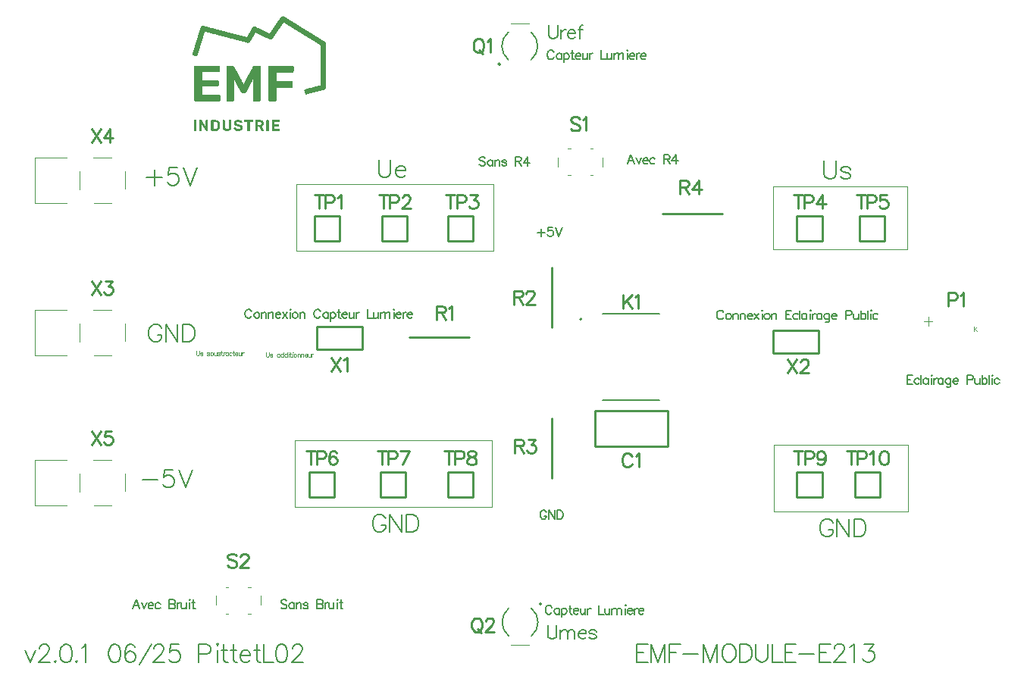
<source format=gbr>
G04*
G04 #@! TF.GenerationSoftware,Altium Limited,Altium Designer,24.1.2 (44)*
G04*
G04 Layer_Color=65535*
%FSLAX44Y44*%
%MOMM*%
G71*
G04*
G04 #@! TF.SameCoordinates,10F89063-6A89-4F28-B77B-1E7584C9D983*
G04*
G04*
G04 #@! TF.FilePolarity,Positive*
G04*
G01*
G75*
%ADD10C,0.1270*%
%ADD11C,0.2000*%
%ADD12C,0.1000*%
%ADD13C,0.2500*%
%ADD14C,0.0500*%
%ADD15C,0.2489*%
%ADD16C,0.2540*%
%ADD17C,0.1500*%
G36*
X431223Y698162D02*
X431356D01*
Y698029D01*
X431623D01*
Y697895D01*
X431756D01*
Y697629D01*
X431889D01*
Y697496D01*
X432023D01*
Y658979D01*
X431889D01*
Y658846D01*
X431756D01*
Y658579D01*
X431489D01*
Y658446D01*
X431356D01*
Y658313D01*
X431090D01*
Y658180D01*
X424426D01*
Y658313D01*
X424026D01*
Y658446D01*
X423893D01*
Y658579D01*
X423759D01*
Y658713D01*
X423626D01*
Y658846D01*
X423493D01*
Y659379D01*
X423360D01*
Y682436D01*
X423226D01*
Y682302D01*
X423093D01*
Y682036D01*
X422960D01*
Y681769D01*
X422827D01*
Y681503D01*
X422693D01*
Y681369D01*
X422560D01*
Y680969D01*
X422427D01*
Y680703D01*
X422294D01*
Y680570D01*
X422160D01*
Y680303D01*
X422027D01*
Y680037D01*
X421894D01*
Y679770D01*
X421760D01*
Y679503D01*
X421627D01*
Y679370D01*
X421494D01*
Y678970D01*
X421361D01*
Y678704D01*
X421227D01*
Y678571D01*
X421094D01*
Y678304D01*
X420961D01*
Y678037D01*
X420827D01*
Y677771D01*
X420694D01*
Y677504D01*
X420561D01*
Y677371D01*
X420428D01*
Y676971D01*
X420294D01*
Y676705D01*
X420161D01*
Y676572D01*
X420028D01*
Y676305D01*
X419895D01*
Y676038D01*
X419761D01*
Y675772D01*
X419628D01*
Y675505D01*
X419495D01*
Y675372D01*
X419361D01*
Y674972D01*
X419228D01*
Y674706D01*
X419095D01*
Y674572D01*
X418962D01*
Y674306D01*
X418828D01*
Y674039D01*
X418695D01*
Y673773D01*
X418562D01*
Y673506D01*
X418428D01*
Y673373D01*
X418295D01*
Y673106D01*
X418162D01*
Y672707D01*
X418029D01*
Y672573D01*
X417895D01*
Y672307D01*
X417762D01*
Y672040D01*
X417629D01*
Y671774D01*
X417496D01*
Y671507D01*
X417362D01*
Y671374D01*
X417229D01*
Y671107D01*
X417096D01*
Y670707D01*
X416963D01*
Y670574D01*
X416829D01*
Y670307D01*
X416696D01*
Y670041D01*
X416563D01*
Y669774D01*
X416429D01*
Y669508D01*
X416296D01*
Y669375D01*
X416163D01*
Y669108D01*
X416030D01*
Y668841D01*
X415896D01*
Y668708D01*
X415763D01*
Y668442D01*
X415630D01*
Y668308D01*
X415363D01*
Y668175D01*
X415230D01*
Y668042D01*
X414963D01*
Y667909D01*
X414697D01*
Y667775D01*
X411098D01*
Y667909D01*
X410699D01*
Y668042D01*
X410432D01*
Y668175D01*
X410299D01*
Y668308D01*
X410165D01*
Y668442D01*
X410032D01*
Y668575D01*
X409899D01*
Y668708D01*
X409766D01*
Y668841D01*
X409632D01*
Y669108D01*
X409499D01*
Y669241D01*
X409366D01*
Y669641D01*
X409233D01*
Y669774D01*
X409099D01*
Y670041D01*
X408966D01*
Y670307D01*
X408833D01*
Y670574D01*
X408699D01*
Y670841D01*
X408566D01*
Y671107D01*
X408433D01*
Y671240D01*
X408300D01*
Y671507D01*
X408166D01*
Y671774D01*
X408033D01*
Y672040D01*
X407900D01*
Y672307D01*
X407766D01*
Y672573D01*
X407633D01*
Y672840D01*
X407500D01*
Y673106D01*
X407367D01*
Y673240D01*
X407234D01*
Y673506D01*
X407100D01*
Y673773D01*
X406967D01*
Y674039D01*
X406834D01*
Y674306D01*
X406700D01*
Y674572D01*
X406567D01*
Y674839D01*
X406434D01*
Y675105D01*
X406301D01*
Y675239D01*
X406167D01*
Y675505D01*
X406034D01*
Y675772D01*
X405901D01*
Y676038D01*
X405767D01*
Y676305D01*
X405634D01*
Y676572D01*
X405501D01*
Y676838D01*
X405368D01*
Y677105D01*
X405234D01*
Y677238D01*
X405101D01*
Y677504D01*
X404968D01*
Y677771D01*
X404835D01*
Y678037D01*
X404701D01*
Y678304D01*
X404568D01*
Y678437D01*
X404435D01*
Y678837D01*
X404301D01*
Y679104D01*
X404168D01*
Y679237D01*
X404035D01*
Y679503D01*
X403902D01*
Y679770D01*
X403768D01*
Y680037D01*
X403635D01*
Y680303D01*
X403502D01*
Y680570D01*
X403368D01*
Y680836D01*
X403235D01*
Y681103D01*
X403102D01*
Y681236D01*
X402969D01*
Y681503D01*
X402835D01*
Y681769D01*
X402702D01*
Y682036D01*
X402569D01*
Y682302D01*
X402436D01*
Y682436D01*
X402302D01*
Y676838D01*
Y676705D01*
Y659246D01*
X402169D01*
Y658846D01*
X402036D01*
Y658713D01*
X401903D01*
Y658579D01*
X401769D01*
Y658446D01*
X401503D01*
Y658313D01*
X401369D01*
Y658180D01*
X394572D01*
Y658313D01*
X394439D01*
Y658446D01*
X394173D01*
Y658579D01*
X394039D01*
Y658713D01*
X393906D01*
Y658846D01*
X393773D01*
Y659112D01*
X393639D01*
Y697496D01*
X393773D01*
Y697762D01*
X393906D01*
Y697895D01*
X394039D01*
Y698029D01*
X394306D01*
Y698162D01*
X394439D01*
Y698295D01*
X401103D01*
Y698162D01*
X401369D01*
Y698029D01*
X401636D01*
Y697895D01*
X401769D01*
Y697762D01*
X401903D01*
Y697496D01*
X402036D01*
Y697362D01*
X402169D01*
Y697229D01*
X402302D01*
Y696963D01*
X402436D01*
Y696829D01*
X402569D01*
Y696563D01*
X402702D01*
Y696296D01*
X402835D01*
Y696030D01*
X402969D01*
Y695763D01*
X403102D01*
Y695630D01*
X403235D01*
Y695363D01*
X403368D01*
Y694963D01*
X403502D01*
Y694830D01*
X403635D01*
Y694564D01*
X403768D01*
Y694297D01*
X403902D01*
Y694031D01*
X404035D01*
Y693764D01*
X404168D01*
Y693631D01*
X404301D01*
Y693364D01*
X404435D01*
Y693098D01*
X404568D01*
Y692831D01*
X404701D01*
Y692564D01*
X404835D01*
Y692298D01*
X404968D01*
Y692165D01*
X405101D01*
Y691765D01*
X405234D01*
Y691631D01*
X405368D01*
Y691365D01*
X405501D01*
Y691098D01*
X405634D01*
Y690965D01*
X405767D01*
Y690565D01*
X405901D01*
Y690432D01*
X406034D01*
Y690165D01*
X406167D01*
Y689899D01*
X406301D01*
Y689766D01*
X406434D01*
Y689366D01*
X406567D01*
Y689099D01*
X406700D01*
Y688966D01*
X406834D01*
Y688699D01*
X406967D01*
Y688433D01*
X407100D01*
Y688166D01*
X407234D01*
Y687900D01*
X407367D01*
Y687766D01*
X407500D01*
Y687500D01*
X407633D01*
Y687233D01*
X407766D01*
Y686967D01*
X407900D01*
Y686700D01*
X408033D01*
Y686434D01*
X408166D01*
Y686167D01*
X408300D01*
Y685901D01*
X408433D01*
Y685767D01*
X408566D01*
Y685501D01*
X408699D01*
Y685234D01*
X408833D01*
Y684968D01*
X408966D01*
Y684701D01*
X409099D01*
Y684568D01*
X409233D01*
Y684301D01*
X409366D01*
Y684035D01*
X409499D01*
Y683768D01*
X409632D01*
Y683502D01*
X409766D01*
Y683235D01*
X409899D01*
Y683102D01*
X410032D01*
Y682835D01*
X410165D01*
Y682569D01*
X410299D01*
Y682302D01*
X410432D01*
Y682036D01*
X410565D01*
Y681769D01*
X410699D01*
Y681636D01*
X410832D01*
Y681236D01*
X410965D01*
Y681103D01*
X411098D01*
Y680836D01*
X411232D01*
Y680570D01*
X411365D01*
Y680303D01*
X411498D01*
Y680037D01*
X411632D01*
Y679903D01*
X411765D01*
Y679637D01*
X411898D01*
Y679370D01*
X412031D01*
Y679104D01*
X412165D01*
Y678837D01*
X412298D01*
Y678571D01*
X412431D01*
Y678437D01*
X412565D01*
Y678037D01*
X412964D01*
Y678304D01*
X413097D01*
Y678437D01*
X413231D01*
Y678704D01*
X413364D01*
Y678970D01*
X413497D01*
Y679237D01*
X413631D01*
Y679503D01*
X413764D01*
Y679637D01*
X413897D01*
Y679903D01*
X414030D01*
Y680170D01*
X414164D01*
Y680436D01*
X414297D01*
Y680703D01*
X414430D01*
Y680836D01*
X414564D01*
Y681103D01*
X414697D01*
Y681369D01*
X414830D01*
Y681636D01*
X414963D01*
Y681902D01*
X415097D01*
Y682169D01*
X415230D01*
Y682302D01*
X415363D01*
Y682569D01*
X415496D01*
Y682835D01*
X415630D01*
Y683102D01*
X415763D01*
Y683369D01*
X415896D01*
Y683502D01*
X416030D01*
Y683768D01*
X416163D01*
Y684035D01*
X416296D01*
Y684301D01*
X416429D01*
Y684568D01*
X416563D01*
Y684835D01*
X416696D01*
Y684968D01*
X416829D01*
Y685234D01*
X416963D01*
Y685501D01*
X417096D01*
Y685767D01*
X417229D01*
Y686034D01*
X417362D01*
Y686167D01*
X417496D01*
Y686434D01*
X417629D01*
Y686700D01*
X417762D01*
Y686967D01*
X417895D01*
Y687233D01*
X418029D01*
Y687367D01*
X418162D01*
Y687633D01*
X418295D01*
Y688033D01*
X418428D01*
Y688166D01*
X418562D01*
Y688433D01*
X418695D01*
Y688699D01*
X418828D01*
Y688966D01*
X418962D01*
Y689233D01*
X419095D01*
Y689366D01*
X419228D01*
Y689632D01*
X419361D01*
Y689899D01*
X419495D01*
Y690165D01*
X419628D01*
Y690432D01*
X419761D01*
Y690565D01*
X419895D01*
Y690832D01*
X420028D01*
Y691098D01*
X420161D01*
Y691365D01*
X420294D01*
Y691631D01*
X420428D01*
Y691898D01*
X420561D01*
Y692031D01*
X420694D01*
Y692298D01*
X420827D01*
Y692564D01*
X420961D01*
Y692831D01*
X421094D01*
Y693098D01*
X421227D01*
Y693231D01*
X421361D01*
Y693497D01*
X421494D01*
Y693764D01*
X421627D01*
Y694031D01*
X421760D01*
Y694297D01*
X421894D01*
Y694564D01*
X422027D01*
Y694697D01*
X422160D01*
Y694963D01*
X422294D01*
Y695230D01*
X422427D01*
Y695497D01*
X422560D01*
Y695763D01*
X422693D01*
Y695896D01*
X422827D01*
Y696163D01*
X422960D01*
Y696429D01*
X423093D01*
Y696696D01*
X423226D01*
Y696963D01*
X423360D01*
Y697096D01*
X423493D01*
Y697362D01*
X423626D01*
Y697496D01*
X423759D01*
Y697629D01*
X423893D01*
Y697762D01*
X424026D01*
Y697895D01*
X424159D01*
Y698029D01*
X424293D01*
Y698162D01*
X424559D01*
Y698295D01*
X431223D01*
Y698162D01*
D02*
G37*
G36*
X457211Y753338D02*
X457611D01*
Y753204D01*
X458011D01*
Y753071D01*
X458278D01*
Y752938D01*
X458411D01*
Y752805D01*
X458677D01*
Y752671D01*
X458944D01*
Y752538D01*
X459077D01*
Y752405D01*
X459344D01*
Y752271D01*
X459477D01*
Y752138D01*
X459744D01*
Y752005D01*
X460010D01*
Y751872D01*
X460144D01*
Y751738D01*
X460410D01*
Y751605D01*
X460677D01*
Y751472D01*
X460810D01*
Y751339D01*
X461076D01*
Y751205D01*
X461210D01*
Y751072D01*
X461476D01*
Y750939D01*
X461743D01*
Y750806D01*
X461876D01*
Y750672D01*
X462143D01*
Y750539D01*
X462409D01*
Y750406D01*
X462542D01*
Y750272D01*
X462809D01*
Y750139D01*
X462942D01*
Y750006D01*
X463209D01*
Y749873D01*
X463475D01*
Y749739D01*
X463609D01*
Y749606D01*
X463875D01*
Y749473D01*
X464142D01*
Y749340D01*
X464275D01*
Y749206D01*
X464542D01*
Y749073D01*
X464675D01*
Y748940D01*
X464941D01*
Y748806D01*
X465208D01*
Y748673D01*
X465341D01*
Y748540D01*
X465608D01*
Y748407D01*
X465874D01*
Y748273D01*
X466008D01*
Y748140D01*
X466274D01*
Y748007D01*
X466407D01*
Y747874D01*
X466674D01*
Y747740D01*
X466940D01*
Y747607D01*
X467074D01*
Y747474D01*
X467340D01*
Y747340D01*
X467607D01*
Y747207D01*
X467740D01*
Y747074D01*
X468007D01*
Y746941D01*
X468140D01*
Y746807D01*
X468407D01*
Y746674D01*
X468673D01*
Y746541D01*
X468806D01*
Y746407D01*
X469073D01*
Y746274D01*
X469339D01*
Y746141D01*
X469473D01*
Y746008D01*
X469739D01*
Y745874D01*
X469873D01*
Y745741D01*
X470139D01*
Y745608D01*
X470406D01*
Y745474D01*
X470539D01*
Y745341D01*
X470806D01*
Y745208D01*
X471072D01*
Y745075D01*
X471205D01*
Y744941D01*
X471472D01*
Y744808D01*
X471605D01*
Y744675D01*
X471872D01*
Y744542D01*
X472138D01*
Y744408D01*
X472271D01*
Y744275D01*
X472538D01*
Y744142D01*
X472805D01*
Y744008D01*
X472938D01*
Y743875D01*
X473204D01*
Y743742D01*
X473338D01*
Y743609D01*
X473604D01*
Y743475D01*
X473871D01*
Y743342D01*
X474004D01*
Y743209D01*
X474271D01*
Y743076D01*
X474537D01*
Y742942D01*
X474670D01*
Y742809D01*
X474937D01*
Y742676D01*
X475070D01*
Y742542D01*
X475337D01*
Y742409D01*
X475603D01*
Y742276D01*
X475737D01*
Y742143D01*
X476003D01*
Y742009D01*
X476137D01*
Y741876D01*
X476403D01*
Y741743D01*
X476670D01*
Y741609D01*
X476803D01*
Y741476D01*
X477069D01*
Y741343D01*
X477336D01*
Y741210D01*
X477469D01*
Y741076D01*
X477736D01*
Y740943D01*
X478002D01*
Y740810D01*
X478136D01*
Y740677D01*
X478402D01*
Y740543D01*
X478535D01*
Y740410D01*
X478802D01*
Y740277D01*
X479069D01*
Y740144D01*
X479202D01*
Y740010D01*
X479468D01*
Y739877D01*
X479602D01*
Y739744D01*
X479868D01*
Y739610D01*
X480135D01*
Y739477D01*
X480268D01*
Y739344D01*
X480535D01*
Y739211D01*
X480801D01*
Y739077D01*
X480934D01*
Y738944D01*
X481201D01*
Y738811D01*
X481334D01*
Y738678D01*
X481601D01*
Y738544D01*
X481867D01*
Y738411D01*
X482001D01*
Y738278D01*
X482267D01*
Y738144D01*
X482534D01*
Y738011D01*
X482667D01*
Y737878D01*
X482934D01*
Y737745D01*
X483067D01*
Y737611D01*
X483333D01*
Y737478D01*
X483600D01*
Y737345D01*
X483733D01*
Y737212D01*
X484000D01*
Y737078D01*
X484266D01*
Y736945D01*
X484399D01*
Y736812D01*
X484666D01*
Y736678D01*
X484799D01*
Y736545D01*
X485066D01*
Y736412D01*
X485332D01*
Y736279D01*
X485466D01*
Y736145D01*
X485732D01*
Y736012D01*
X485999D01*
Y735879D01*
X486132D01*
Y735745D01*
X486399D01*
Y735612D01*
X486532D01*
Y735479D01*
X486799D01*
Y735346D01*
X487065D01*
Y735212D01*
X487198D01*
Y735079D01*
X487465D01*
Y734946D01*
X487731D01*
Y734812D01*
X487865D01*
Y734679D01*
X488131D01*
Y734546D01*
X488265D01*
Y734413D01*
X488531D01*
Y734279D01*
X488798D01*
Y734146D01*
X488931D01*
Y734013D01*
X489197D01*
Y733880D01*
X489331D01*
Y733746D01*
X489597D01*
Y733613D01*
X489864D01*
Y733480D01*
X489997D01*
Y733346D01*
X490264D01*
Y733213D01*
X490530D01*
Y733080D01*
X490663D01*
Y732947D01*
X490930D01*
Y732813D01*
X491197D01*
Y732680D01*
X491330D01*
Y732547D01*
X491596D01*
Y732414D01*
X491730D01*
Y732280D01*
X491996D01*
Y732147D01*
X492263D01*
Y732014D01*
X492396D01*
Y731880D01*
X492663D01*
Y731747D01*
X492929D01*
Y731614D01*
X493062D01*
Y731481D01*
X493329D01*
Y731347D01*
X493462D01*
Y731214D01*
X493729D01*
Y731081D01*
X493995D01*
Y730948D01*
X494129D01*
Y730814D01*
X494395D01*
Y730681D01*
X494528D01*
Y730548D01*
X494795D01*
Y730415D01*
X495061D01*
Y730281D01*
X495195D01*
Y730148D01*
X495461D01*
Y730015D01*
X495728D01*
Y729881D01*
X495861D01*
Y729748D01*
X496128D01*
Y729615D01*
X496261D01*
Y729482D01*
X496527D01*
Y729348D01*
X496794D01*
Y729215D01*
X496927D01*
Y729082D01*
X497194D01*
Y728948D01*
X497327D01*
Y728815D01*
X497594D01*
Y728682D01*
X497727D01*
Y728549D01*
X497994D01*
Y728415D01*
X498260D01*
Y728282D01*
X498527D01*
Y728149D01*
X498660D01*
Y728016D01*
X498927D01*
Y727882D01*
X499060D01*
Y727749D01*
X499326D01*
Y727616D01*
X499593D01*
Y727482D01*
X499726D01*
Y727349D01*
X499993D01*
Y727216D01*
X500126D01*
Y727083D01*
X500392D01*
Y726949D01*
X500659D01*
Y726816D01*
X500792D01*
Y726683D01*
X501059D01*
Y726550D01*
X501325D01*
Y726416D01*
X501459D01*
Y726283D01*
X501725D01*
Y726150D01*
X501858D01*
Y726016D01*
X502125D01*
Y725883D01*
X502258D01*
Y725750D01*
X502525D01*
Y725617D01*
X502791D01*
Y725483D01*
X502925D01*
Y725350D01*
X503191D01*
Y725217D01*
X503458D01*
Y725083D01*
X503591D01*
Y724950D01*
X503724D01*
Y724817D01*
X503858D01*
Y724684D01*
X503991D01*
Y724550D01*
X504124D01*
Y724284D01*
X504258D01*
Y724017D01*
X504391D01*
Y723884D01*
X504524D01*
Y723218D01*
X504657D01*
Y673506D01*
X504524D01*
Y672973D01*
X504391D01*
Y672707D01*
X504258D01*
Y672440D01*
X504124D01*
Y672307D01*
X503991D01*
Y672173D01*
X503858D01*
Y672040D01*
X503724D01*
Y671907D01*
X503591D01*
Y671774D01*
X503458D01*
Y671640D01*
X503191D01*
Y671507D01*
X503058D01*
Y671374D01*
X502791D01*
Y671240D01*
X502258D01*
Y671107D01*
X501858D01*
Y670974D01*
X501192D01*
Y670841D01*
X500792D01*
Y670707D01*
X500259D01*
Y670574D01*
X499726D01*
Y670441D01*
X499326D01*
Y670307D01*
X498793D01*
Y670174D01*
X498260D01*
Y670041D01*
X497727D01*
Y669908D01*
X497194D01*
Y669774D01*
X496661D01*
Y669641D01*
X496261D01*
Y669508D01*
X495595D01*
Y669375D01*
X495328D01*
Y669241D01*
X494662D01*
Y669108D01*
X494129D01*
Y668975D01*
X493729D01*
Y668841D01*
X493062D01*
Y668708D01*
X492663D01*
Y668575D01*
X492130D01*
Y668442D01*
X491596D01*
Y668308D01*
X491197D01*
Y668175D01*
X490663D01*
Y668042D01*
X489997D01*
Y667909D01*
X489730D01*
Y667775D01*
X489064D01*
Y667642D01*
X488664D01*
Y667509D01*
X488131D01*
Y667375D01*
X487465D01*
Y667242D01*
X487065D01*
Y667109D01*
X486532D01*
Y666976D01*
X485999D01*
Y666842D01*
X485599D01*
Y666709D01*
X484933D01*
Y666576D01*
X484533D01*
Y666443D01*
X484000D01*
Y666309D01*
X483467D01*
Y666176D01*
X483067D01*
Y666043D01*
X482267D01*
Y666176D01*
X482001D01*
Y666309D01*
X481867D01*
Y666443D01*
X481734D01*
Y666709D01*
X481601D01*
Y667109D01*
X481468D01*
Y667775D01*
X481334D01*
Y668175D01*
X481201D01*
Y668708D01*
X481068D01*
Y669241D01*
X480934D01*
Y669641D01*
X480801D01*
Y670307D01*
X480668D01*
Y671240D01*
X480801D01*
Y671507D01*
X480934D01*
Y671640D01*
X481201D01*
Y671774D01*
X481601D01*
Y671907D01*
X482001D01*
Y672040D01*
X482667D01*
Y672173D01*
X483067D01*
Y672307D01*
X483600D01*
Y672440D01*
X484133D01*
Y672573D01*
X484533D01*
Y672707D01*
X485066D01*
Y672840D01*
X485732D01*
Y672973D01*
X486132D01*
Y673106D01*
X486665D01*
Y673240D01*
X487198D01*
Y673373D01*
X487598D01*
Y673506D01*
X488265D01*
Y673639D01*
X488531D01*
Y673773D01*
X489197D01*
Y673906D01*
X489730D01*
Y674039D01*
X490130D01*
Y674173D01*
X490797D01*
Y674306D01*
X491197D01*
Y674439D01*
X491730D01*
Y674572D01*
X492263D01*
Y674706D01*
X492663D01*
Y674839D01*
X493196D01*
Y674972D01*
X493862D01*
Y675105D01*
X494262D01*
Y675239D01*
X494795D01*
Y675372D01*
X495195D01*
Y675505D01*
X495728D01*
Y675639D01*
X496394D01*
Y675772D01*
X496794D01*
Y675905D01*
X497327D01*
Y676038D01*
X497860D01*
Y676172D01*
X498260D01*
Y676305D01*
X498660D01*
Y676438D01*
X498793D01*
Y676572D01*
X498660D01*
Y720819D01*
X498793D01*
Y720952D01*
X498660D01*
Y721218D01*
X498393D01*
Y721352D01*
X498260D01*
Y721485D01*
X497994D01*
Y721618D01*
X497860D01*
Y721752D01*
X497594D01*
Y721885D01*
X497327D01*
Y722018D01*
X497194D01*
Y722151D01*
X496927D01*
Y722285D01*
X496661D01*
Y722418D01*
X496527D01*
Y722551D01*
X496261D01*
Y722684D01*
X495994D01*
Y722818D01*
X495861D01*
Y722951D01*
X495595D01*
Y723084D01*
X495461D01*
Y723218D01*
X495195D01*
Y723351D01*
X494928D01*
Y723484D01*
X494795D01*
Y723617D01*
X494528D01*
Y723751D01*
X494395D01*
Y723884D01*
X494129D01*
Y724017D01*
X493862D01*
Y724150D01*
X493729D01*
Y724284D01*
X493462D01*
Y724417D01*
X493196D01*
Y724550D01*
X493062D01*
Y724684D01*
X492796D01*
Y724817D01*
X492663D01*
Y724950D01*
X492396D01*
Y725083D01*
X492130D01*
Y725217D01*
X491996D01*
Y725350D01*
X491730D01*
Y725483D01*
X491463D01*
Y725617D01*
X491330D01*
Y725750D01*
X491063D01*
Y725883D01*
X490930D01*
Y726016D01*
X490663D01*
Y726150D01*
X490397D01*
Y726283D01*
X490264D01*
Y726416D01*
X489997D01*
Y726550D01*
X489730D01*
Y726683D01*
X489597D01*
Y726816D01*
X489331D01*
Y726949D01*
X489197D01*
Y727083D01*
X488931D01*
Y727216D01*
X488664D01*
Y727349D01*
X488531D01*
Y727482D01*
X488265D01*
Y727616D01*
X487998D01*
Y727749D01*
X487865D01*
Y727882D01*
X487598D01*
Y728016D01*
X487465D01*
Y728149D01*
X487198D01*
Y728282D01*
X486932D01*
Y728415D01*
X486799D01*
Y728549D01*
X486532D01*
Y728682D01*
X486265D01*
Y728815D01*
X486132D01*
Y728948D01*
X485866D01*
Y729082D01*
X485732D01*
Y729215D01*
X485466D01*
Y729348D01*
X485199D01*
Y729482D01*
X485066D01*
Y729615D01*
X484799D01*
Y729748D01*
X484533D01*
Y729881D01*
X484399D01*
Y730015D01*
X484133D01*
Y730148D01*
X484000D01*
Y730281D01*
X483733D01*
Y730415D01*
X483467D01*
Y730548D01*
X483333D01*
Y730681D01*
X483067D01*
Y730814D01*
X482800D01*
Y730948D01*
X482667D01*
Y731081D01*
X482400D01*
Y731214D01*
X482267D01*
Y731347D01*
X482001D01*
Y731481D01*
X481734D01*
Y731614D01*
X481601D01*
Y731747D01*
X481334D01*
Y731880D01*
X481068D01*
Y732014D01*
X480934D01*
Y732147D01*
X480668D01*
Y732280D01*
X480535D01*
Y732414D01*
X480268D01*
Y732547D01*
X480001D01*
Y732680D01*
X479868D01*
Y732813D01*
X479602D01*
Y732947D01*
X479468D01*
Y733080D01*
X479202D01*
Y733213D01*
X478935D01*
Y733346D01*
X478802D01*
Y733480D01*
X478535D01*
Y733613D01*
X478269D01*
Y733746D01*
X478136D01*
Y733880D01*
X477869D01*
Y734013D01*
X477736D01*
Y734146D01*
X477469D01*
Y734279D01*
X477203D01*
Y734413D01*
X477069D01*
Y734546D01*
X476803D01*
Y734679D01*
X476536D01*
Y734812D01*
X476403D01*
Y734946D01*
X476137D01*
Y735079D01*
X476003D01*
Y735212D01*
X475737D01*
Y735346D01*
X475470D01*
Y735479D01*
X475337D01*
Y735612D01*
X475070D01*
Y735745D01*
X474804D01*
Y735879D01*
X474670D01*
Y736012D01*
X474404D01*
Y736145D01*
X474137D01*
Y736279D01*
X474004D01*
Y736412D01*
X473738D01*
Y736545D01*
X473604D01*
Y736678D01*
X473338D01*
Y736812D01*
X473071D01*
Y736945D01*
X472938D01*
Y737078D01*
X472671D01*
Y737212D01*
X472538D01*
Y737345D01*
X472271D01*
Y737478D01*
X472005D01*
Y737611D01*
X471872D01*
Y737745D01*
X471605D01*
Y737878D01*
X471339D01*
Y738011D01*
X471205D01*
Y738144D01*
X470939D01*
Y738278D01*
X470672D01*
Y738411D01*
X470539D01*
Y738544D01*
X470272D01*
Y738678D01*
X470139D01*
Y738811D01*
X469873D01*
Y738944D01*
X469606D01*
Y739077D01*
X469473D01*
Y739211D01*
X469206D01*
Y739344D01*
X469073D01*
Y739477D01*
X468806D01*
Y739610D01*
X468540D01*
Y739744D01*
X468407D01*
Y739877D01*
X468140D01*
Y740010D01*
X467873D01*
Y740144D01*
X467740D01*
Y740277D01*
X467474D01*
Y740410D01*
X467340D01*
Y740543D01*
X467074D01*
Y740677D01*
X466807D01*
Y740810D01*
X466674D01*
Y740943D01*
X466407D01*
Y741076D01*
X466141D01*
Y741210D01*
X466008D01*
Y741343D01*
X465741D01*
Y741476D01*
X465608D01*
Y741609D01*
X465341D01*
Y741743D01*
X465075D01*
Y741876D01*
X464941D01*
Y742009D01*
X464675D01*
Y742143D01*
X464408D01*
Y742276D01*
X464275D01*
Y742409D01*
X464008D01*
Y742542D01*
X463875D01*
Y742676D01*
X463609D01*
Y742809D01*
X463342D01*
Y742942D01*
X463209D01*
Y743076D01*
X462942D01*
Y743209D01*
X462676D01*
Y743342D01*
X462542D01*
Y743475D01*
X462276D01*
Y743609D01*
X462143D01*
Y743742D01*
X461876D01*
Y743875D01*
X461610D01*
Y744008D01*
X461476D01*
Y744142D01*
X461210D01*
Y744275D01*
X460943D01*
Y744408D01*
X460810D01*
Y744542D01*
X460543D01*
Y744675D01*
X460410D01*
Y744808D01*
X460144D01*
Y744941D01*
X459877D01*
Y745075D01*
X459744D01*
Y745208D01*
X459477D01*
Y745341D01*
X459211D01*
Y745474D01*
X459077D01*
Y745608D01*
X458811D01*
Y745741D01*
X458677D01*
Y745874D01*
X458411D01*
Y746008D01*
X458144D01*
Y746141D01*
X458011D01*
Y746274D01*
X457745D01*
Y746407D01*
X457478D01*
Y746274D01*
X457345D01*
Y746008D01*
X457211D01*
Y745874D01*
X457078D01*
Y745741D01*
X456945D01*
Y745474D01*
X456812D01*
Y745341D01*
X456678D01*
Y745075D01*
X456545D01*
Y744941D01*
X456412D01*
Y744675D01*
X456279D01*
Y744542D01*
X456145D01*
Y744275D01*
X456012D01*
Y744142D01*
X455879D01*
Y743875D01*
X455746D01*
Y743742D01*
X455612D01*
Y743475D01*
X455479D01*
Y743342D01*
X455346D01*
Y743209D01*
X455212D01*
Y742942D01*
X455079D01*
Y742809D01*
X454946D01*
Y742542D01*
X454813D01*
Y742409D01*
X454679D01*
Y742143D01*
X454546D01*
Y742009D01*
X454413D01*
Y741743D01*
X454280D01*
Y741609D01*
X454146D01*
Y741343D01*
X454013D01*
Y741210D01*
X453880D01*
Y741076D01*
X453746D01*
Y740810D01*
X453613D01*
Y740677D01*
X453480D01*
Y740410D01*
X453346D01*
Y740277D01*
X453213D01*
Y740010D01*
X453080D01*
Y739877D01*
X452947D01*
Y739610D01*
X452813D01*
Y739477D01*
X452680D01*
Y739211D01*
X452547D01*
Y739077D01*
X452414D01*
Y738811D01*
X452280D01*
Y738678D01*
X452147D01*
Y738544D01*
X452014D01*
Y738278D01*
X451880D01*
Y738144D01*
X451747D01*
Y737878D01*
X451614D01*
Y737611D01*
X451481D01*
Y737478D01*
X451347D01*
Y737345D01*
X451214D01*
Y737078D01*
X451081D01*
Y736945D01*
X450948D01*
Y736678D01*
X450814D01*
Y736545D01*
X450681D01*
Y736412D01*
X450548D01*
Y736145D01*
X450415D01*
Y736012D01*
X450281D01*
Y735745D01*
X450148D01*
Y735479D01*
X450015D01*
Y735346D01*
X449881D01*
Y735212D01*
X449748D01*
Y734946D01*
X449615D01*
Y734812D01*
X449482D01*
Y734546D01*
X449348D01*
Y734413D01*
X449215D01*
Y734146D01*
X449082D01*
Y734013D01*
X448949D01*
Y733880D01*
X448815D01*
Y733613D01*
X448682D01*
Y733346D01*
X448549D01*
Y733213D01*
X448415D01*
Y732947D01*
X448282D01*
Y732813D01*
X448149D01*
Y732680D01*
X448016D01*
Y732414D01*
X447882D01*
Y732280D01*
X447749D01*
Y732014D01*
X447616D01*
Y731880D01*
X447482D01*
Y731614D01*
X447349D01*
Y731481D01*
X447216D01*
Y731214D01*
X447083D01*
Y731081D01*
X446949D01*
Y730814D01*
X446816D01*
Y730681D01*
X446683D01*
Y730415D01*
X446549D01*
Y730281D01*
X446416D01*
Y730148D01*
X446283D01*
Y729881D01*
X446150D01*
Y729748D01*
X446016D01*
Y729482D01*
X445883D01*
Y729348D01*
X445750D01*
Y729082D01*
X445617D01*
Y728948D01*
X445483D01*
Y728682D01*
X445350D01*
Y728549D01*
X445217D01*
Y728415D01*
X445084D01*
Y728282D01*
X444950D01*
Y728149D01*
X444817D01*
Y728016D01*
X444684D01*
Y727882D01*
X444417D01*
Y727749D01*
X444151D01*
Y727616D01*
X443884D01*
Y727482D01*
X441885D01*
Y727616D01*
X441618D01*
Y727749D01*
X441352D01*
Y727882D01*
X441085D01*
Y728016D01*
X440819D01*
Y728149D01*
X440552D01*
Y728282D01*
X440286D01*
Y728415D01*
X440019D01*
Y728549D01*
X439753D01*
Y728682D01*
X439486D01*
Y728815D01*
X439219D01*
Y728948D01*
X438820D01*
Y729082D01*
X438686D01*
Y729215D01*
X438287D01*
Y729348D01*
X438020D01*
Y729482D01*
X437753D01*
Y729615D01*
X437487D01*
Y729748D01*
X437220D01*
Y729881D01*
X436954D01*
Y730015D01*
X436687D01*
Y730148D01*
X436421D01*
Y730281D01*
X436154D01*
Y730415D01*
X435754D01*
Y730548D01*
X435621D01*
Y730681D01*
X435221D01*
Y730814D01*
X435088D01*
Y730948D01*
X434821D01*
Y731081D01*
X434422D01*
Y731214D01*
X434155D01*
Y731347D01*
X433888D01*
Y731481D01*
X433622D01*
Y731614D01*
X433489D01*
Y731747D01*
X433089D01*
Y731880D01*
X432822D01*
Y732014D01*
X432556D01*
Y732147D01*
X432289D01*
Y732280D01*
X432023D01*
Y732414D01*
X431756D01*
Y732547D01*
X431356D01*
Y732680D01*
X431223D01*
Y732813D01*
X430823D01*
Y732947D01*
X430690D01*
Y733080D01*
X430423D01*
Y733213D01*
X430023D01*
Y733346D01*
X429757D01*
Y733480D01*
X429490D01*
Y733613D01*
X429224D01*
Y733746D01*
X428957D01*
Y733880D01*
X428691D01*
Y734013D01*
X428424D01*
Y734146D01*
X428158D01*
Y734279D01*
X427758D01*
Y734413D01*
X427625D01*
Y734546D01*
X427358D01*
Y734679D01*
X426958D01*
Y734812D01*
X426692D01*
Y734946D01*
X426425D01*
Y735079D01*
X426158D01*
Y734812D01*
X426025D01*
Y734546D01*
X425892D01*
Y734413D01*
X425759D01*
Y734146D01*
X425625D01*
Y733880D01*
X425492D01*
Y733746D01*
X425359D01*
Y733480D01*
X425225D01*
Y733213D01*
X425092D01*
Y733080D01*
X424959D01*
Y732813D01*
X424826D01*
Y732547D01*
X424692D01*
Y732280D01*
X424559D01*
Y732147D01*
X424426D01*
Y731880D01*
X424293D01*
Y731614D01*
X424159D01*
Y731481D01*
X424026D01*
Y731214D01*
X423893D01*
Y730948D01*
X423759D01*
Y730814D01*
X423626D01*
Y730548D01*
X423493D01*
Y730281D01*
X423360D01*
Y730148D01*
X423226D01*
Y729881D01*
X423093D01*
Y729615D01*
X422960D01*
Y729348D01*
X422827D01*
Y729082D01*
X422693D01*
Y728948D01*
X422560D01*
Y728682D01*
X422427D01*
Y728415D01*
X422294D01*
Y728282D01*
X422160D01*
Y728016D01*
X422027D01*
Y727749D01*
X421894D01*
Y727616D01*
X421760D01*
Y727349D01*
X421627D01*
Y727083D01*
X421494D01*
Y726816D01*
X421361D01*
Y726683D01*
X421227D01*
Y726416D01*
X421094D01*
Y726150D01*
X420961D01*
Y726016D01*
X420827D01*
Y725750D01*
X420694D01*
Y725483D01*
X420561D01*
Y725350D01*
X420428D01*
Y725083D01*
X420294D01*
Y724817D01*
X420161D01*
Y724684D01*
X420028D01*
Y724550D01*
X419895D01*
Y724417D01*
X419761D01*
Y724284D01*
X419495D01*
Y724150D01*
X419361D01*
Y724017D01*
X419095D01*
Y723884D01*
X418695D01*
Y723751D01*
X418162D01*
Y723617D01*
X417629D01*
Y723751D01*
X417096D01*
Y723884D01*
X416429D01*
Y724017D01*
X415896D01*
Y724150D01*
X415496D01*
Y724284D01*
X414963D01*
Y724417D01*
X414430D01*
Y724550D01*
X414030D01*
Y724684D01*
X413364D01*
Y724817D01*
X412964D01*
Y724950D01*
X412431D01*
Y725083D01*
X411898D01*
Y725217D01*
X411498D01*
Y725350D01*
X410832D01*
Y725483D01*
X410432D01*
Y725617D01*
X409899D01*
Y725750D01*
X409366D01*
Y725883D01*
X408966D01*
Y726016D01*
X408300D01*
Y726150D01*
X407766D01*
Y726283D01*
X407367D01*
Y726416D01*
X406834D01*
Y726550D01*
X406301D01*
Y726683D01*
X405767D01*
Y726816D01*
X405234D01*
Y726949D01*
X404835D01*
Y727083D01*
X404301D01*
Y727216D01*
X403768D01*
Y727349D01*
X403235D01*
Y727482D01*
X402702D01*
Y727616D01*
X402302D01*
Y727749D01*
X401769D01*
Y727882D01*
X401103D01*
Y728016D01*
X400703D01*
Y728149D01*
X400170D01*
Y728282D01*
X399637D01*
Y728415D01*
X399237D01*
Y728549D01*
X398571D01*
Y728682D01*
X398171D01*
Y728815D01*
X397638D01*
Y728948D01*
X397105D01*
Y729082D01*
X396705D01*
Y729215D01*
X396038D01*
Y729348D01*
X395505D01*
Y729482D01*
X395106D01*
Y729615D01*
X394572D01*
Y729748D01*
X394039D01*
Y729881D01*
X393506D01*
Y730015D01*
X392973D01*
Y730148D01*
X392573D01*
Y730281D01*
X392040D01*
Y730415D01*
X391507D01*
Y730548D01*
X390974D01*
Y730681D01*
X390441D01*
Y730814D01*
X390041D01*
Y730948D01*
X389508D01*
Y731081D01*
X388842D01*
Y731214D01*
X388575D01*
Y731347D01*
X387909D01*
Y731481D01*
X387375D01*
Y731614D01*
X386976D01*
Y731747D01*
X386309D01*
Y731880D01*
X385910D01*
Y732014D01*
X385376D01*
Y732147D01*
X384843D01*
Y732280D01*
X384444D01*
Y732414D01*
X383777D01*
Y732547D01*
X383244D01*
Y732680D01*
X382844D01*
Y732813D01*
X382311D01*
Y732947D01*
X381778D01*
Y733080D01*
X381378D01*
Y733213D01*
X380712D01*
Y733346D01*
X380312D01*
Y733480D01*
X379779D01*
Y733613D01*
X379246D01*
Y733746D01*
X378846D01*
Y733880D01*
X378180D01*
Y734013D01*
X377780D01*
Y734146D01*
X377247D01*
Y734279D01*
X376713D01*
Y734413D01*
X376314D01*
Y734546D01*
X375647D01*
Y734679D01*
X375114D01*
Y734812D01*
X374714D01*
Y734946D01*
X374181D01*
Y735079D01*
X373648D01*
Y735212D01*
X373115D01*
Y735346D01*
X372582D01*
Y735479D01*
X372182D01*
Y735612D01*
X371649D01*
Y735745D01*
X370983D01*
Y735879D01*
X370716D01*
Y736012D01*
X370050D01*
Y736145D01*
X369517D01*
Y735879D01*
X369383D01*
Y735612D01*
X369250D01*
Y735079D01*
X369117D01*
Y734546D01*
X368984D01*
Y734279D01*
X368850D01*
Y733746D01*
X368717D01*
Y733346D01*
X368584D01*
Y732947D01*
X368451D01*
Y732414D01*
X368317D01*
Y732147D01*
X368184D01*
Y731614D01*
X368051D01*
Y731081D01*
X367917D01*
Y730814D01*
X367784D01*
Y730281D01*
X367651D01*
Y729881D01*
X367518D01*
Y729482D01*
X367384D01*
Y728948D01*
X367251D01*
Y728682D01*
X367118D01*
Y728149D01*
X366984D01*
Y727749D01*
X366851D01*
Y727349D01*
X366718D01*
Y726816D01*
X366585D01*
Y726416D01*
X366451D01*
Y726016D01*
X366318D01*
Y725483D01*
X366185D01*
Y725217D01*
X366052D01*
Y724684D01*
X365918D01*
Y724284D01*
X365785D01*
Y723884D01*
X365652D01*
Y723351D01*
X365518D01*
Y722951D01*
X365385D01*
Y722551D01*
X365252D01*
Y722018D01*
X365119D01*
Y721752D01*
X364985D01*
Y721218D01*
X364852D01*
Y720685D01*
X364719D01*
Y720419D01*
X364585D01*
Y719886D01*
X364452D01*
Y719619D01*
X364319D01*
Y719086D01*
X364186D01*
Y718553D01*
X364052D01*
Y718286D01*
X363919D01*
Y717753D01*
X363786D01*
Y717354D01*
X363653D01*
Y716954D01*
X363519D01*
Y716421D01*
X363386D01*
Y716154D01*
X363253D01*
Y715621D01*
X363120D01*
Y715221D01*
X362986D01*
Y714821D01*
X362853D01*
Y714421D01*
X362720D01*
Y713888D01*
X362586D01*
Y713489D01*
X362453D01*
Y713089D01*
X362320D01*
Y712556D01*
X362187D01*
Y712156D01*
X362053D01*
Y711756D01*
X361920D01*
Y711356D01*
X361787D01*
Y710956D01*
X361654D01*
Y710423D01*
X361520D01*
Y710157D01*
X361387D01*
Y709624D01*
X361254D01*
Y709224D01*
X361120D01*
Y708957D01*
X360987D01*
Y708824D01*
X360854D01*
Y708691D01*
X360587D01*
Y708557D01*
X359921D01*
Y708691D01*
X359388D01*
Y708824D01*
X358988D01*
Y708957D01*
X358588D01*
Y709090D01*
X358055D01*
Y709224D01*
X357789D01*
Y709357D01*
X357255D01*
Y709490D01*
X356856D01*
Y709624D01*
X356456D01*
Y709757D01*
X356056D01*
Y709890D01*
X355923D01*
Y710023D01*
X355789D01*
Y710157D01*
X355656D01*
Y710423D01*
X355523D01*
Y711090D01*
X355656D01*
Y711623D01*
X355789D01*
Y711889D01*
X355923D01*
Y712422D01*
X356056D01*
Y712955D01*
X356189D01*
Y713222D01*
X356323D01*
Y713755D01*
X356456D01*
Y714155D01*
X356589D01*
Y714555D01*
X356722D01*
Y715088D01*
X356856D01*
Y715354D01*
X356989D01*
Y715888D01*
X357122D01*
Y716287D01*
X357255D01*
Y716687D01*
X357389D01*
Y717220D01*
X357522D01*
Y717620D01*
X357655D01*
Y718020D01*
X357789D01*
Y718420D01*
X357922D01*
Y718820D01*
X358055D01*
Y719219D01*
X358188D01*
Y719753D01*
X358322D01*
Y720152D01*
X358455D01*
Y720552D01*
X358588D01*
Y721085D01*
X358722D01*
Y721485D01*
X358855D01*
Y721885D01*
X358988D01*
Y722285D01*
X359121D01*
Y722684D01*
X359255D01*
Y723218D01*
X359388D01*
Y723617D01*
X359521D01*
Y724017D01*
X359654D01*
Y724550D01*
X359788D01*
Y724817D01*
X359921D01*
Y725350D01*
X360054D01*
Y725750D01*
X360187D01*
Y726150D01*
X360321D01*
Y726683D01*
X360454D01*
Y726949D01*
X360587D01*
Y727482D01*
X360721D01*
Y728016D01*
X360854D01*
Y728282D01*
X360987D01*
Y728815D01*
X361120D01*
Y729215D01*
X361254D01*
Y729615D01*
X361387D01*
Y730148D01*
X361520D01*
Y730415D01*
X361654D01*
Y730948D01*
X361787D01*
Y731347D01*
X361920D01*
Y731747D01*
X362053D01*
Y732280D01*
X362187D01*
Y732680D01*
X362320D01*
Y733080D01*
X362453D01*
Y733613D01*
X362586D01*
Y733880D01*
X362720D01*
Y734413D01*
X362853D01*
Y734812D01*
X362986D01*
Y735212D01*
X363120D01*
Y735745D01*
X363253D01*
Y736145D01*
X363386D01*
Y736545D01*
X363519D01*
Y737078D01*
X363653D01*
Y737345D01*
X363786D01*
Y737878D01*
X363919D01*
Y738278D01*
X364052D01*
Y738678D01*
X364186D01*
Y739211D01*
X364319D01*
Y739610D01*
X364452D01*
Y740010D01*
X364585D01*
Y740543D01*
X364719D01*
Y740810D01*
X364852D01*
Y741210D01*
X364985D01*
Y741343D01*
X365119D01*
Y741609D01*
X365252D01*
Y741743D01*
X365385D01*
Y741876D01*
X365518D01*
Y742009D01*
X365652D01*
Y742143D01*
X365785D01*
Y742276D01*
X366052D01*
Y742409D01*
X366318D01*
Y742542D01*
X366585D01*
Y742676D01*
X367384D01*
Y742809D01*
X367784D01*
Y742676D01*
X368451D01*
Y742542D01*
X368850D01*
Y742409D01*
X369517D01*
Y742276D01*
X369916D01*
Y742143D01*
X370450D01*
Y742009D01*
X371116D01*
Y741876D01*
X371382D01*
Y741743D01*
X372049D01*
Y741609D01*
X372449D01*
Y741476D01*
X372982D01*
Y741343D01*
X373648D01*
Y741210D01*
X374048D01*
Y741076D01*
X374581D01*
Y740943D01*
X375114D01*
Y740810D01*
X375514D01*
Y740677D01*
X376180D01*
Y740543D01*
X376580D01*
Y740410D01*
X377113D01*
Y740277D01*
X377646D01*
Y740144D01*
X378046D01*
Y740010D01*
X378713D01*
Y739877D01*
X379246D01*
Y739744D01*
X379646D01*
Y739610D01*
X380179D01*
Y739477D01*
X380712D01*
Y739344D01*
X381112D01*
Y739211D01*
X381778D01*
Y739077D01*
X382178D01*
Y738944D01*
X382711D01*
Y738811D01*
X383244D01*
Y738678D01*
X383644D01*
Y738544D01*
X384310D01*
Y738411D01*
X384710D01*
Y738278D01*
X385243D01*
Y738144D01*
X385910D01*
Y738011D01*
X386309D01*
Y737878D01*
X386842D01*
Y737745D01*
X387375D01*
Y737611D01*
X387775D01*
Y737478D01*
X388442D01*
Y737345D01*
X388842D01*
Y737212D01*
X389375D01*
Y737078D01*
X389908D01*
Y736945D01*
X390308D01*
Y736812D01*
X390974D01*
Y736678D01*
X391507D01*
Y736545D01*
X391907D01*
Y736412D01*
X392440D01*
Y736279D01*
X392973D01*
Y736145D01*
X393506D01*
Y736012D01*
X394039D01*
Y735879D01*
X394439D01*
Y735745D01*
X394972D01*
Y735612D01*
X395505D01*
Y735479D01*
X395905D01*
Y735346D01*
X396572D01*
Y735212D01*
X396971D01*
Y735079D01*
X397504D01*
Y734946D01*
X398171D01*
Y734812D01*
X398437D01*
Y734679D01*
X399104D01*
Y734546D01*
X399637D01*
Y734413D01*
X400037D01*
Y734279D01*
X400570D01*
Y734146D01*
X401103D01*
Y734013D01*
X401636D01*
Y733880D01*
X402169D01*
Y733746D01*
X402569D01*
Y733613D01*
X403102D01*
Y733480D01*
X403768D01*
Y733346D01*
X404168D01*
Y733213D01*
X404701D01*
Y733080D01*
X405234D01*
Y732947D01*
X405634D01*
Y732813D01*
X406301D01*
Y732680D01*
X406700D01*
Y732547D01*
X407234D01*
Y732414D01*
X407766D01*
Y732280D01*
X408166D01*
Y732147D01*
X408833D01*
Y732014D01*
X409233D01*
Y731880D01*
X409766D01*
Y731747D01*
X410299D01*
Y731614D01*
X410699D01*
Y731481D01*
X411365D01*
Y731347D01*
X411898D01*
Y731214D01*
X412298D01*
Y731081D01*
X412831D01*
Y730948D01*
X413364D01*
Y730814D01*
X413897D01*
Y730681D01*
X414430D01*
Y730548D01*
X414830D01*
Y730415D01*
X415363D01*
Y730281D01*
X416030D01*
Y730148D01*
X416563D01*
Y730415D01*
X416696D01*
Y730548D01*
X416829D01*
Y730814D01*
X416963D01*
Y731081D01*
X417096D01*
Y731347D01*
X417229D01*
Y731481D01*
X417362D01*
Y731747D01*
X417496D01*
Y732014D01*
X417629D01*
Y732147D01*
X417762D01*
Y732414D01*
X417895D01*
Y732680D01*
X418029D01*
Y732813D01*
X418162D01*
Y733080D01*
X418295D01*
Y733346D01*
X418428D01*
Y733613D01*
X418562D01*
Y733880D01*
X418695D01*
Y734013D01*
X418828D01*
Y734279D01*
X418962D01*
Y734546D01*
X419095D01*
Y734679D01*
X419228D01*
Y734946D01*
X419361D01*
Y735212D01*
X419495D01*
Y735346D01*
X419628D01*
Y735612D01*
X419761D01*
Y735879D01*
X419895D01*
Y736145D01*
X420028D01*
Y736412D01*
X420161D01*
Y736545D01*
X420294D01*
Y736812D01*
X420428D01*
Y737078D01*
X420561D01*
Y737212D01*
X420694D01*
Y737478D01*
X420827D01*
Y737745D01*
X420961D01*
Y737878D01*
X421094D01*
Y738144D01*
X421227D01*
Y738411D01*
X421361D01*
Y738544D01*
X421494D01*
Y738811D01*
X421627D01*
Y739077D01*
X421760D01*
Y739344D01*
X421894D01*
Y739477D01*
X422027D01*
Y739744D01*
X422160D01*
Y740010D01*
X422294D01*
Y740144D01*
X422427D01*
Y740410D01*
X422560D01*
Y740677D01*
X422693D01*
Y740810D01*
X422827D01*
Y741076D01*
X423093D01*
Y741210D01*
X423226D01*
Y741343D01*
X423360D01*
Y741476D01*
X423626D01*
Y741609D01*
X423759D01*
Y741743D01*
X424293D01*
Y741876D01*
X425892D01*
Y741743D01*
X426292D01*
Y741609D01*
X426558D01*
Y741476D01*
X426825D01*
Y741343D01*
X427091D01*
Y741210D01*
X427358D01*
Y741076D01*
X427625D01*
Y740943D01*
X427891D01*
Y740810D01*
X428158D01*
Y740677D01*
X428424D01*
Y740543D01*
X428824D01*
Y740410D01*
X428957D01*
Y740277D01*
X429357D01*
Y740144D01*
X429490D01*
Y740010D01*
X429890D01*
Y739877D01*
X430157D01*
Y739744D01*
X430423D01*
Y739610D01*
X430690D01*
Y739477D01*
X430956D01*
Y739344D01*
X431223D01*
Y739211D01*
X431489D01*
Y739077D01*
X431756D01*
Y738944D01*
X432023D01*
Y738811D01*
X432422D01*
Y738678D01*
X432556D01*
Y738544D01*
X432956D01*
Y738411D01*
X433222D01*
Y738278D01*
X433489D01*
Y738144D01*
X433755D01*
Y738011D01*
X434022D01*
Y737878D01*
X434288D01*
Y737745D01*
X434555D01*
Y737611D01*
X434821D01*
Y737478D01*
X435088D01*
Y737345D01*
X435354D01*
Y737212D01*
X435621D01*
Y737078D01*
X435887D01*
Y736945D01*
X436154D01*
Y736812D01*
X436554D01*
Y736678D01*
X436820D01*
Y736545D01*
X436954D01*
Y736412D01*
X437354D01*
Y736279D01*
X437487D01*
Y736145D01*
X437887D01*
Y736012D01*
X438153D01*
Y735879D01*
X438420D01*
Y735745D01*
X438686D01*
Y735612D01*
X438953D01*
Y735479D01*
X439219D01*
Y735346D01*
X439619D01*
Y735212D01*
X439753D01*
Y735079D01*
X440019D01*
Y734946D01*
X440419D01*
Y734812D01*
X440552D01*
Y734679D01*
X440952D01*
Y734546D01*
X441218D01*
Y734413D01*
X441485D01*
Y734279D01*
X441752D01*
Y734146D01*
X442018D01*
Y734413D01*
X442151D01*
Y734546D01*
X442285D01*
Y734679D01*
X442418D01*
Y734946D01*
X442551D01*
Y735079D01*
X442685D01*
Y735346D01*
X442818D01*
Y735479D01*
X442951D01*
Y735612D01*
X443084D01*
Y735879D01*
X443218D01*
Y736145D01*
X443351D01*
Y736279D01*
X443484D01*
Y736545D01*
X443618D01*
Y736678D01*
X443751D01*
Y736812D01*
X443884D01*
Y737078D01*
X444017D01*
Y737212D01*
X444151D01*
Y737478D01*
X444284D01*
Y737611D01*
X444417D01*
Y737878D01*
X444550D01*
Y738011D01*
X444684D01*
Y738278D01*
X444817D01*
Y738411D01*
X444950D01*
Y738678D01*
X445084D01*
Y738811D01*
X445217D01*
Y739077D01*
X445350D01*
Y739211D01*
X445483D01*
Y739344D01*
X445617D01*
Y739610D01*
X445750D01*
Y739744D01*
X445883D01*
Y740010D01*
X446016D01*
Y740144D01*
X446150D01*
Y740410D01*
X446283D01*
Y740677D01*
X446416D01*
Y740810D01*
X446549D01*
Y740943D01*
X446683D01*
Y741210D01*
X446816D01*
Y741343D01*
X446949D01*
Y741609D01*
X447083D01*
Y741743D01*
X447216D01*
Y741876D01*
X447349D01*
Y742143D01*
X447482D01*
Y742276D01*
X447616D01*
Y742542D01*
X447749D01*
Y742809D01*
X447882D01*
Y742942D01*
X448016D01*
Y743076D01*
X448149D01*
Y743342D01*
X448282D01*
Y743475D01*
X448415D01*
Y743742D01*
X448549D01*
Y743875D01*
X448682D01*
Y744008D01*
X448815D01*
Y744275D01*
X448949D01*
Y744408D01*
X449082D01*
Y744675D01*
X449215D01*
Y744808D01*
X449348D01*
Y745075D01*
X449482D01*
Y745208D01*
X449615D01*
Y745474D01*
X449748D01*
Y745608D01*
X449881D01*
Y745874D01*
X450015D01*
Y746008D01*
X450148D01*
Y746274D01*
X450281D01*
Y746407D01*
X450415D01*
Y746541D01*
X450548D01*
Y746807D01*
X450681D01*
Y746941D01*
X450814D01*
Y747207D01*
X450948D01*
Y747474D01*
X451081D01*
Y747607D01*
X451214D01*
Y747740D01*
X451347D01*
Y748007D01*
X451481D01*
Y748140D01*
X451614D01*
Y748407D01*
X451747D01*
Y748540D01*
X451880D01*
Y748806D01*
X452014D01*
Y748940D01*
X452147D01*
Y749073D01*
X452280D01*
Y749340D01*
X452414D01*
Y749606D01*
X452547D01*
Y749739D01*
X452680D01*
Y750006D01*
X452813D01*
Y750139D01*
X452947D01*
Y750272D01*
X453080D01*
Y750539D01*
X453213D01*
Y750672D01*
X453346D01*
Y750939D01*
X453480D01*
Y751072D01*
X453613D01*
Y751339D01*
X453746D01*
Y751472D01*
X453880D01*
Y751738D01*
X454013D01*
Y751872D01*
X454146D01*
Y752138D01*
X454280D01*
Y752271D01*
X454413D01*
Y752405D01*
X454546D01*
Y752538D01*
X454679D01*
Y752671D01*
X454813D01*
Y752805D01*
X454946D01*
Y752938D01*
X455212D01*
Y753071D01*
X455479D01*
Y753204D01*
X455746D01*
Y753338D01*
X456279D01*
Y753471D01*
X457211D01*
Y753338D01*
D02*
G37*
G36*
X468140Y698162D02*
X468273D01*
Y698029D01*
X468540D01*
Y697895D01*
X468673D01*
Y697629D01*
X468806D01*
Y697229D01*
X468940D01*
Y691631D01*
X468806D01*
Y691232D01*
X468673D01*
Y691098D01*
X468540D01*
Y690965D01*
X468407D01*
Y690832D01*
X468273D01*
Y690699D01*
X468007D01*
Y690565D01*
X449482D01*
Y680969D01*
X466541D01*
Y680836D01*
X467074D01*
Y680703D01*
X467207D01*
Y680570D01*
X467340D01*
Y680436D01*
X467474D01*
Y680303D01*
X467607D01*
Y680037D01*
X467740D01*
Y674039D01*
X467607D01*
Y673773D01*
X467474D01*
Y673639D01*
X467340D01*
Y673506D01*
X467207D01*
Y673373D01*
X466940D01*
Y673240D01*
X449482D01*
Y659112D01*
X449348D01*
Y658979D01*
X449215D01*
Y658713D01*
X449082D01*
Y658579D01*
X448949D01*
Y658446D01*
X448682D01*
Y658313D01*
X448415D01*
Y658180D01*
X441485D01*
Y658313D01*
X441218D01*
Y658446D01*
X440952D01*
Y658579D01*
X440819D01*
Y658713D01*
X440685D01*
Y658979D01*
X440552D01*
Y659512D01*
X440419D01*
Y696963D01*
X440552D01*
Y697496D01*
X440685D01*
Y697762D01*
X440819D01*
Y697895D01*
X440952D01*
Y698029D01*
X441085D01*
Y698162D01*
X441352D01*
Y698295D01*
X468140D01*
Y698162D01*
D02*
G37*
G36*
X385510D02*
X385776D01*
Y698029D01*
X385910D01*
Y697895D01*
X386043D01*
Y697762D01*
X386176D01*
Y697496D01*
X386309D01*
Y696963D01*
X386443D01*
Y692298D01*
X386309D01*
Y691631D01*
X386176D01*
Y691498D01*
X386043D01*
Y691232D01*
X385776D01*
Y691098D01*
X385643D01*
Y690965D01*
X385110D01*
Y690832D01*
X366451D01*
Y682036D01*
X366585D01*
Y681902D01*
X384310D01*
Y681769D01*
X384577D01*
Y681636D01*
X384710D01*
Y681503D01*
X384843D01*
Y681236D01*
X384977D01*
Y681103D01*
X385110D01*
Y675772D01*
X384977D01*
Y675505D01*
X384843D01*
Y675372D01*
X384710D01*
Y675239D01*
X384577D01*
Y675105D01*
X384444D01*
Y674972D01*
X384177D01*
Y674839D01*
X366451D01*
Y665643D01*
X385910D01*
Y665510D01*
X386176D01*
Y665376D01*
X386309D01*
Y665243D01*
X386443D01*
Y665110D01*
X386576D01*
Y664977D01*
X386709D01*
Y664710D01*
X386842D01*
Y659246D01*
X386709D01*
Y658846D01*
X386576D01*
Y658713D01*
X386443D01*
Y658579D01*
X386309D01*
Y658446D01*
X386176D01*
Y658313D01*
X385776D01*
Y658180D01*
X358588D01*
Y658313D01*
X358188D01*
Y658446D01*
X358055D01*
Y658579D01*
X357922D01*
Y658713D01*
X357789D01*
Y658979D01*
X357655D01*
Y659112D01*
X357522D01*
Y697362D01*
X357655D01*
Y697629D01*
X357789D01*
Y697762D01*
X357922D01*
Y697895D01*
X358055D01*
Y698029D01*
X358188D01*
Y698162D01*
X358322D01*
Y698295D01*
X385510D01*
Y698162D01*
D02*
G37*
G36*
X407900Y637522D02*
X408699D01*
Y637389D01*
X408966D01*
Y637255D01*
X409366D01*
Y637122D01*
X409632D01*
Y636989D01*
X409766D01*
Y636856D01*
X410032D01*
Y636722D01*
X410299D01*
Y636589D01*
X410432D01*
Y636456D01*
X410565D01*
Y636323D01*
X410699D01*
Y636189D01*
X410832D01*
Y636056D01*
X410965D01*
Y635923D01*
X411098D01*
Y635656D01*
X411232D01*
Y635390D01*
X411365D01*
Y635123D01*
X411498D01*
Y634590D01*
X411632D01*
Y634323D01*
X411498D01*
Y634057D01*
X408833D01*
Y634190D01*
X408699D01*
Y634457D01*
X408566D01*
Y634723D01*
X408433D01*
Y634856D01*
X408300D01*
Y634990D01*
X408166D01*
Y635123D01*
X407900D01*
Y635256D01*
X407500D01*
Y635390D01*
X406034D01*
Y635256D01*
X405634D01*
Y635123D01*
X405368D01*
Y634990D01*
X405234D01*
Y634856D01*
X405101D01*
Y634457D01*
X404968D01*
Y633923D01*
X405101D01*
Y633524D01*
X405234D01*
Y633391D01*
X405368D01*
Y633257D01*
X405634D01*
Y633124D01*
X405901D01*
Y632991D01*
X406301D01*
Y632857D01*
X406700D01*
Y632724D01*
X407100D01*
Y632591D01*
X407633D01*
Y632458D01*
X408166D01*
Y632324D01*
X408699D01*
Y632191D01*
X409233D01*
Y632058D01*
X409499D01*
Y631924D01*
X409899D01*
Y631791D01*
X410299D01*
Y631658D01*
X410432D01*
Y631525D01*
X410699D01*
Y631391D01*
X410965D01*
Y631258D01*
X411098D01*
Y631125D01*
X411232D01*
Y630992D01*
X411365D01*
Y630858D01*
X411498D01*
Y630592D01*
X411632D01*
Y630325D01*
X411765D01*
Y630059D01*
X411898D01*
Y629392D01*
X412031D01*
Y628459D01*
X411898D01*
Y627793D01*
X411765D01*
Y627393D01*
X411632D01*
Y627260D01*
X411498D01*
Y626993D01*
X411365D01*
Y626860D01*
X411232D01*
Y626727D01*
X411098D01*
Y626593D01*
X410965D01*
Y626460D01*
X410832D01*
Y626327D01*
X410699D01*
Y626194D01*
X410565D01*
Y626060D01*
X410299D01*
Y625927D01*
X410165D01*
Y625794D01*
X409766D01*
Y625661D01*
X409499D01*
Y625527D01*
X409099D01*
Y625394D01*
X408433D01*
Y625261D01*
X407766D01*
Y625127D01*
X406034D01*
Y625261D01*
X405368D01*
Y625394D01*
X404701D01*
Y625527D01*
X404301D01*
Y625661D01*
X404035D01*
Y625794D01*
X403635D01*
Y625927D01*
X403502D01*
Y626060D01*
X403235D01*
Y626194D01*
X403102D01*
Y626327D01*
X402969D01*
Y626460D01*
X402702D01*
Y626593D01*
X402569D01*
Y626860D01*
X402436D01*
Y626993D01*
X402302D01*
Y627127D01*
X402169D01*
Y627526D01*
X402036D01*
Y627660D01*
X401903D01*
Y628326D01*
X401769D01*
Y628592D01*
X401903D01*
Y628859D01*
X402036D01*
Y628992D01*
X404435D01*
Y628859D01*
X404568D01*
Y628726D01*
X404701D01*
Y628459D01*
X404835D01*
Y628326D01*
X404968D01*
Y628059D01*
X405101D01*
Y627926D01*
X405368D01*
Y627793D01*
X405501D01*
Y627660D01*
X405901D01*
Y627526D01*
X406834D01*
Y627393D01*
X406967D01*
Y627526D01*
X408033D01*
Y627660D01*
X408433D01*
Y627793D01*
X408566D01*
Y627926D01*
X408833D01*
Y628059D01*
X408966D01*
Y628326D01*
X409099D01*
Y629126D01*
X408966D01*
Y629392D01*
X408833D01*
Y629525D01*
X408699D01*
Y629659D01*
X408433D01*
Y629792D01*
X408166D01*
Y629925D01*
X407900D01*
Y630059D01*
X407367D01*
Y630192D01*
X407100D01*
Y630325D01*
X406567D01*
Y630458D01*
X405901D01*
Y630592D01*
X405501D01*
Y630725D01*
X404968D01*
Y630858D01*
X404568D01*
Y630992D01*
X404301D01*
Y631125D01*
X403902D01*
Y631258D01*
X403768D01*
Y631391D01*
X403502D01*
Y631525D01*
X403235D01*
Y631658D01*
X403102D01*
Y631791D01*
X402969D01*
Y631924D01*
X402835D01*
Y632058D01*
X402702D01*
Y632191D01*
X402569D01*
Y632458D01*
X402436D01*
Y632724D01*
X402302D01*
Y633124D01*
X402169D01*
Y634990D01*
X402302D01*
Y635390D01*
X402436D01*
Y635656D01*
X402569D01*
Y635923D01*
X402702D01*
Y636056D01*
X402835D01*
Y636189D01*
X402969D01*
Y636323D01*
X403102D01*
Y636456D01*
X403235D01*
Y636589D01*
X403368D01*
Y636722D01*
X403502D01*
Y636856D01*
X403768D01*
Y636989D01*
X403902D01*
Y637122D01*
X404168D01*
Y637255D01*
X404568D01*
Y637389D01*
X404835D01*
Y637522D01*
X405634D01*
Y637655D01*
X407900D01*
Y637522D01*
D02*
G37*
G36*
X372982Y637389D02*
X373115D01*
Y625527D01*
X372982D01*
Y625394D01*
X370849D01*
Y625527D01*
X370716D01*
Y625661D01*
X370583D01*
Y625794D01*
X370450D01*
Y626060D01*
X370316D01*
Y626194D01*
X370183D01*
Y626460D01*
X370050D01*
Y626593D01*
X369916D01*
Y626860D01*
X369783D01*
Y626993D01*
X369650D01*
Y627260D01*
X369517D01*
Y627393D01*
X369383D01*
Y627526D01*
X369250D01*
Y627793D01*
X369117D01*
Y628059D01*
X368984D01*
Y628193D01*
X368850D01*
Y628459D01*
X368717D01*
Y628592D01*
X368584D01*
Y628859D01*
X368451D01*
Y628992D01*
X368317D01*
Y629259D01*
X368184D01*
Y629392D01*
X368051D01*
Y629659D01*
X367917D01*
Y629792D01*
X367784D01*
Y630059D01*
X367651D01*
Y630325D01*
X367518D01*
Y630458D01*
X367384D01*
Y630725D01*
X367251D01*
Y630858D01*
X367118D01*
Y630992D01*
X366984D01*
Y631258D01*
X366851D01*
Y631391D01*
X366718D01*
Y631658D01*
X366585D01*
Y631924D01*
X366451D01*
Y632058D01*
X366318D01*
Y632324D01*
X366052D01*
Y625661D01*
X365918D01*
Y625394D01*
X363519D01*
Y625661D01*
X363386D01*
Y629126D01*
Y629259D01*
Y637255D01*
X363519D01*
Y637389D01*
X363653D01*
Y637522D01*
X365652D01*
Y637389D01*
X365918D01*
Y637122D01*
X366052D01*
Y636989D01*
X366185D01*
Y636722D01*
X366318D01*
Y636589D01*
X366451D01*
Y636323D01*
X366585D01*
Y636189D01*
X366718D01*
Y635923D01*
X366851D01*
Y635789D01*
X366984D01*
Y635523D01*
X367118D01*
Y635256D01*
X367251D01*
Y635123D01*
X367384D01*
Y634856D01*
X367518D01*
Y634723D01*
X367651D01*
Y634457D01*
X367784D01*
Y634190D01*
X367917D01*
Y634057D01*
X368051D01*
Y633923D01*
X368184D01*
Y633657D01*
X368317D01*
Y633391D01*
X368451D01*
Y633257D01*
X368584D01*
Y632991D01*
X368717D01*
Y632857D01*
X368850D01*
Y632591D01*
X368984D01*
Y632458D01*
X369117D01*
Y632191D01*
X369250D01*
Y631924D01*
X369383D01*
Y631791D01*
X369517D01*
Y631525D01*
X369650D01*
Y631391D01*
X369783D01*
Y631125D01*
X369916D01*
Y630858D01*
X370050D01*
Y630725D01*
X370183D01*
Y630458D01*
X370316D01*
Y630325D01*
X370583D01*
Y637255D01*
X370716D01*
Y637389D01*
X370849D01*
Y637522D01*
X372982D01*
Y637389D01*
D02*
G37*
G36*
X399104D02*
X399237D01*
Y637255D01*
X399370D01*
Y628592D01*
X399237D01*
Y628193D01*
X399104D01*
Y627793D01*
X398970D01*
Y627526D01*
X398837D01*
Y627260D01*
X398704D01*
Y626993D01*
X398571D01*
Y626860D01*
X398437D01*
Y626727D01*
X398304D01*
Y626460D01*
X398037D01*
Y626327D01*
X397904D01*
Y626194D01*
X397771D01*
Y626060D01*
X397638D01*
Y625927D01*
X397371D01*
Y625794D01*
X397105D01*
Y625661D01*
X396838D01*
Y625527D01*
X396438D01*
Y625394D01*
X395905D01*
Y625261D01*
X395239D01*
Y625127D01*
X393506D01*
Y625261D01*
X392840D01*
Y625394D01*
X392307D01*
Y625527D01*
X391907D01*
Y625661D01*
X391640D01*
Y625794D01*
X391374D01*
Y625927D01*
X391107D01*
Y626060D01*
X390974D01*
Y626194D01*
X390707D01*
Y626327D01*
X390574D01*
Y626460D01*
X390441D01*
Y626593D01*
X390308D01*
Y626727D01*
X390174D01*
Y626993D01*
X390041D01*
Y627127D01*
X389908D01*
Y627393D01*
X389775D01*
Y627660D01*
X389641D01*
Y627926D01*
X389508D01*
Y628059D01*
Y628459D01*
X389375D01*
Y637389D01*
X389508D01*
Y637522D01*
X391774D01*
Y637389D01*
X391907D01*
Y637255D01*
X392040D01*
Y629525D01*
X392173D01*
Y628859D01*
X392307D01*
Y628592D01*
X392440D01*
Y628326D01*
X392573D01*
Y628193D01*
X392706D01*
Y628059D01*
X392840D01*
Y627926D01*
X393106D01*
Y627793D01*
X393240D01*
Y627660D01*
X393639D01*
Y627526D01*
X395106D01*
Y627660D01*
X395505D01*
Y627793D01*
X395639D01*
Y627926D01*
X395905D01*
Y628059D01*
X396038D01*
Y628193D01*
X396172D01*
Y628459D01*
X396305D01*
Y628726D01*
X396438D01*
Y628992D01*
X396572D01*
Y637122D01*
X396705D01*
Y637389D01*
X396838D01*
Y637522D01*
X399104D01*
Y637389D01*
D02*
G37*
G36*
X452813D02*
X452947D01*
Y637255D01*
X453080D01*
Y635523D01*
X452947D01*
Y635390D01*
X452813D01*
Y635256D01*
X447216D01*
Y635123D01*
X446949D01*
Y632724D01*
X447083D01*
Y632591D01*
X452414D01*
Y632458D01*
X452547D01*
Y632324D01*
X452680D01*
Y630592D01*
X452547D01*
Y630458D01*
X452147D01*
Y630325D01*
X447083D01*
Y630192D01*
X446949D01*
Y627793D01*
X447083D01*
Y627660D01*
X452947D01*
Y627526D01*
X453080D01*
Y627260D01*
X453213D01*
Y625661D01*
X453080D01*
Y625394D01*
X444550D01*
Y625527D01*
X444417D01*
Y625794D01*
X444284D01*
Y637122D01*
X444417D01*
Y637389D01*
X444550D01*
Y637522D01*
X452813D01*
Y637389D01*
D02*
G37*
G36*
X440819D02*
X440952D01*
Y637255D01*
X441085D01*
Y625527D01*
X440952D01*
Y625394D01*
X438420D01*
Y625527D01*
X438287D01*
Y625794D01*
X438153D01*
Y629525D01*
Y629659D01*
Y636989D01*
X438287D01*
Y637255D01*
X438420D01*
Y637389D01*
X438553D01*
Y637522D01*
X440819D01*
Y637389D01*
D02*
G37*
G36*
X431889D02*
X432422D01*
Y637255D01*
X432956D01*
Y637122D01*
X433355D01*
Y636989D01*
X433622D01*
Y636856D01*
X433888D01*
Y636722D01*
X434022D01*
Y636589D01*
X434155D01*
Y636456D01*
X434422D01*
Y636323D01*
X434555D01*
Y636056D01*
X434688D01*
Y635923D01*
X434821D01*
Y635789D01*
X434955D01*
Y635523D01*
X435088D01*
Y635390D01*
X435221D01*
Y634990D01*
X435354D01*
Y634190D01*
X435488D01*
Y633124D01*
X435354D01*
Y632324D01*
X435221D01*
Y631924D01*
X435088D01*
Y631791D01*
X434955D01*
Y631525D01*
X434821D01*
Y631391D01*
X434688D01*
Y631258D01*
X434555D01*
Y630992D01*
X434422D01*
Y630858D01*
X434155D01*
Y630725D01*
X434022D01*
Y630592D01*
X433888D01*
Y630458D01*
X433489D01*
Y630325D01*
X433355D01*
Y629925D01*
X433489D01*
Y629659D01*
X433622D01*
Y629525D01*
X433755D01*
Y629259D01*
X433888D01*
Y628992D01*
X434022D01*
Y628726D01*
X434155D01*
Y628592D01*
X434288D01*
Y628193D01*
X434422D01*
Y628059D01*
X434555D01*
Y627793D01*
X434688D01*
Y627526D01*
X434821D01*
Y627393D01*
X434955D01*
Y627127D01*
X435088D01*
Y626860D01*
X435221D01*
Y626593D01*
X435354D01*
Y626327D01*
X435488D01*
Y626194D01*
X435621D01*
Y625927D01*
X435754D01*
Y625661D01*
X435621D01*
Y625394D01*
X433089D01*
Y625527D01*
X432822D01*
Y625794D01*
X432689D01*
Y625927D01*
X432556D01*
Y626194D01*
X432422D01*
Y626460D01*
X432289D01*
Y626727D01*
X432156D01*
Y626993D01*
X432023D01*
Y627260D01*
X431889D01*
Y627393D01*
X431756D01*
Y627793D01*
X431623D01*
Y627926D01*
X431489D01*
Y628193D01*
X431356D01*
Y628459D01*
X431223D01*
Y628726D01*
X431090D01*
Y628992D01*
X430956D01*
Y629259D01*
X430823D01*
Y629392D01*
X430690D01*
Y629659D01*
X430556D01*
Y629792D01*
X428557D01*
Y625661D01*
X428424D01*
Y625527D01*
X428291D01*
Y625394D01*
X425892D01*
Y625527D01*
X425759D01*
Y634856D01*
Y634990D01*
Y637255D01*
X425892D01*
Y637389D01*
X426025D01*
Y637522D01*
X431889D01*
Y637389D01*
D02*
G37*
G36*
X423226D02*
X423360D01*
Y637122D01*
X423493D01*
Y635390D01*
X423360D01*
Y635256D01*
X423226D01*
Y635123D01*
X420028D01*
Y634990D01*
X419895D01*
Y625661D01*
X419761D01*
Y625527D01*
X419628D01*
Y625394D01*
X417229D01*
Y625527D01*
X417096D01*
Y634990D01*
X416963D01*
Y635123D01*
X413631D01*
Y635256D01*
X413497D01*
Y637255D01*
X413631D01*
Y637389D01*
X413764D01*
Y637522D01*
X423226D01*
Y637389D01*
D02*
G37*
G36*
X382444D02*
X382977D01*
Y637255D01*
X383511D01*
Y637122D01*
X383910D01*
Y636989D01*
X384177D01*
Y636856D01*
X384444D01*
Y636722D01*
X384710D01*
Y636589D01*
X384843D01*
Y636456D01*
X384977D01*
Y636323D01*
X385110D01*
Y636189D01*
X385243D01*
Y636056D01*
X385376D01*
Y635923D01*
X385510D01*
Y635789D01*
X385643D01*
Y635656D01*
X385776D01*
Y635523D01*
X385910D01*
Y635256D01*
X386043D01*
Y634990D01*
X386176D01*
Y634590D01*
X386309D01*
Y634057D01*
X386443D01*
Y633524D01*
X386576D01*
Y629259D01*
X386443D01*
Y628726D01*
X386309D01*
Y628193D01*
X386176D01*
Y627793D01*
X386043D01*
Y627526D01*
X385910D01*
Y627260D01*
X385776D01*
Y627127D01*
X385643D01*
Y626993D01*
X385510D01*
Y626727D01*
X385376D01*
Y626593D01*
X385243D01*
Y626460D01*
X384977D01*
Y626327D01*
X384843D01*
Y626194D01*
X384710D01*
Y626060D01*
X384444D01*
Y625927D01*
X384177D01*
Y625794D01*
X383777D01*
Y625661D01*
X383377D01*
Y625527D01*
X382844D01*
Y625394D01*
X376580D01*
Y625661D01*
X376447D01*
Y625927D01*
X376314D01*
Y636989D01*
X376447D01*
Y637255D01*
X376580D01*
Y637389D01*
X376713D01*
Y637522D01*
X382444D01*
Y637389D01*
D02*
G37*
G36*
X359921D02*
X360054D01*
Y637255D01*
X360187D01*
Y625661D01*
X360054D01*
Y625527D01*
X359921D01*
Y625394D01*
X357522D01*
Y625527D01*
X357389D01*
Y630858D01*
Y630992D01*
Y637389D01*
X357522D01*
Y637522D01*
X359921D01*
Y637389D01*
D02*
G37*
%LPC*%
G36*
X430823Y635390D02*
X428691D01*
Y635256D01*
X428557D01*
Y632058D01*
X428691D01*
Y631924D01*
X428824D01*
Y632058D01*
X431489D01*
Y632191D01*
X431889D01*
Y632324D01*
X432023D01*
Y632458D01*
X432156D01*
Y632591D01*
X432289D01*
Y632724D01*
X432422D01*
Y633124D01*
X432556D01*
Y633391D01*
Y633524D01*
Y634190D01*
X432422D01*
Y634590D01*
X432289D01*
Y634723D01*
X432156D01*
Y634856D01*
X432023D01*
Y634990D01*
X431889D01*
Y635123D01*
X431489D01*
Y635256D01*
X430823D01*
Y635390D01*
D02*
G37*
G36*
X381645Y635256D02*
X379379D01*
Y635123D01*
X379246D01*
Y628859D01*
Y628726D01*
Y627660D01*
X382178D01*
Y627793D01*
X382444D01*
Y627926D01*
X382844D01*
Y628059D01*
X382977D01*
Y628193D01*
X383111D01*
Y628326D01*
X383244D01*
Y628459D01*
X383377D01*
Y628726D01*
X383511D01*
Y628992D01*
X383644D01*
Y630059D01*
X383777D01*
Y632857D01*
X383644D01*
Y633790D01*
X383511D01*
Y634057D01*
X383377D01*
Y634323D01*
X383244D01*
Y634457D01*
X383111D01*
Y634590D01*
X382977D01*
Y634723D01*
X382844D01*
Y634856D01*
X382711D01*
Y634990D01*
X382311D01*
Y635123D01*
X381645D01*
Y635256D01*
D02*
G37*
%LPD*%
D10*
X734008Y704804D02*
G03*
X734008Y735696I-12508J15446D01*
G01*
X708672D02*
G03*
X708672Y704804I12508J-15446D01*
G01*
X734327Y61054D02*
G03*
X734327Y91946I-12508J15446D01*
G01*
X708992D02*
G03*
X708992Y61054I12508J-15446D01*
G01*
X813500Y420700D02*
X877000D01*
X813500Y324800D02*
X877000D01*
D11*
X700112Y699890D02*
G03*
X700112Y699890I-1432J0D01*
G01*
X745752Y96860D02*
G03*
X745752Y96860I-1432J0D01*
G01*
X790500Y415000D02*
G03*
X790500Y415000I-1000J0D01*
G01*
X864378Y51996D02*
X852000D01*
Y32000D01*
X864378D01*
X852000Y42474D02*
X859617D01*
X867711Y51996D02*
Y32000D01*
Y51996D02*
X875328Y32000D01*
X882946Y51996D02*
X875328Y32000D01*
X882946Y51996D02*
Y32000D01*
X888659Y51996D02*
Y32000D01*
Y51996D02*
X901037D01*
X888659Y42474D02*
X896276D01*
X903322Y40570D02*
X920462D01*
X926365Y51996D02*
Y32000D01*
Y51996D02*
X933982Y32000D01*
X941600Y51996D02*
X933982Y32000D01*
X941600Y51996D02*
Y32000D01*
X953026Y51996D02*
X951122Y51044D01*
X949217Y49139D01*
X948265Y47235D01*
X947313Y44378D01*
Y39617D01*
X948265Y36761D01*
X949217Y34857D01*
X951122Y32952D01*
X953026Y32000D01*
X956835D01*
X958739Y32952D01*
X960643Y34857D01*
X961596Y36761D01*
X962548Y39617D01*
Y44378D01*
X961596Y47235D01*
X960643Y49139D01*
X958739Y51044D01*
X956835Y51996D01*
X953026D01*
X967214D02*
Y32000D01*
Y51996D02*
X973879D01*
X976735Y51044D01*
X978640Y49139D01*
X979592Y47235D01*
X980544Y44378D01*
Y39617D01*
X979592Y36761D01*
X978640Y34857D01*
X976735Y32952D01*
X973879Y32000D01*
X967214D01*
X985019Y51996D02*
Y37713D01*
X985971Y34857D01*
X987876Y32952D01*
X990732Y32000D01*
X992637D01*
X995493Y32952D01*
X997398Y34857D01*
X998350Y37713D01*
Y51996D01*
X1003872D02*
Y32000D01*
X1015298D01*
X1029867Y51996D02*
X1017488D01*
Y32000D01*
X1029867D01*
X1017488Y42474D02*
X1025106D01*
X1033199Y40570D02*
X1050339D01*
X1068620Y51996D02*
X1056242D01*
Y32000D01*
X1068620D01*
X1056242Y42474D02*
X1063859D01*
X1072905Y47235D02*
Y48187D01*
X1073857Y50091D01*
X1074809Y51044D01*
X1076714Y51996D01*
X1080523D01*
X1082427Y51044D01*
X1083379Y50091D01*
X1084331Y48187D01*
Y46283D01*
X1083379Y44378D01*
X1081475Y41522D01*
X1071953Y32000D01*
X1085284D01*
X1089759Y48187D02*
X1091663Y49139D01*
X1094520Y51996D01*
Y32000D01*
X1106327Y51996D02*
X1116801D01*
X1111087Y44378D01*
X1113944D01*
X1115848Y43426D01*
X1116801Y42474D01*
X1117753Y39617D01*
Y37713D01*
X1116801Y34857D01*
X1114896Y32952D01*
X1112040Y32000D01*
X1109183D01*
X1106327Y32952D01*
X1105374Y33904D01*
X1104422Y35809D01*
X169000Y44937D02*
X174713Y31607D01*
X180426Y44937D02*
X174713Y31607D01*
X184616Y46841D02*
Y47794D01*
X185568Y49698D01*
X186520Y50650D01*
X188424Y51602D01*
X192233D01*
X194137Y50650D01*
X195090Y49698D01*
X196042Y47794D01*
Y45889D01*
X195090Y43985D01*
X193185Y41128D01*
X183664Y31607D01*
X196994D01*
X202421Y33511D02*
X201469Y32559D01*
X202421Y31607D01*
X203374Y32559D01*
X202421Y33511D01*
X213467Y51602D02*
X210610Y50650D01*
X208706Y47794D01*
X207754Y43033D01*
Y40176D01*
X208706Y35415D01*
X210610Y32559D01*
X213467Y31607D01*
X215371D01*
X218228Y32559D01*
X220132Y35415D01*
X221084Y40176D01*
Y43033D01*
X220132Y47794D01*
X218228Y50650D01*
X215371Y51602D01*
X213467D01*
X226511Y33511D02*
X225559Y32559D01*
X226511Y31607D01*
X227464Y32559D01*
X226511Y33511D01*
X231844Y47794D02*
X233748Y48746D01*
X236605Y51602D01*
Y31607D01*
X267931Y51602D02*
X265075Y50650D01*
X263170Y47794D01*
X262218Y43033D01*
Y40176D01*
X263170Y35415D01*
X265075Y32559D01*
X267931Y31607D01*
X269836D01*
X272692Y32559D01*
X274597Y35415D01*
X275549Y40176D01*
Y43033D01*
X274597Y47794D01*
X272692Y50650D01*
X269836Y51602D01*
X267931D01*
X291450Y48746D02*
X290498Y50650D01*
X287641Y51602D01*
X285737D01*
X282880Y50650D01*
X280976Y47794D01*
X280024Y43033D01*
Y38272D01*
X280976Y34463D01*
X282880Y32559D01*
X285737Y31607D01*
X286689D01*
X289546Y32559D01*
X291450Y34463D01*
X292402Y37320D01*
Y38272D01*
X291450Y41128D01*
X289546Y43033D01*
X286689Y43985D01*
X285737D01*
X282880Y43033D01*
X280976Y41128D01*
X280024Y38272D01*
X296782Y28750D02*
X310113Y51602D01*
X312398Y46841D02*
Y47794D01*
X313350Y49698D01*
X314302Y50650D01*
X316207Y51602D01*
X320015D01*
X321920Y50650D01*
X322872Y49698D01*
X323824Y47794D01*
Y45889D01*
X322872Y43985D01*
X320967Y41128D01*
X311446Y31607D01*
X324776D01*
X340678Y51602D02*
X331156D01*
X330204Y43033D01*
X331156Y43985D01*
X334012Y44937D01*
X336869D01*
X339725Y43985D01*
X341630Y42080D01*
X342582Y39224D01*
Y37320D01*
X341630Y34463D01*
X339725Y32559D01*
X336869Y31607D01*
X334012D01*
X331156Y32559D01*
X330204Y33511D01*
X329251Y35415D01*
X362768Y41128D02*
X371338D01*
X374194Y42080D01*
X375146Y43033D01*
X376099Y44937D01*
Y47794D01*
X375146Y49698D01*
X374194Y50650D01*
X371338Y51602D01*
X362768D01*
Y31607D01*
X382478Y51602D02*
X383430Y50650D01*
X384383Y51602D01*
X383430Y52554D01*
X382478Y51602D01*
X383430Y44937D02*
Y31607D01*
X390762Y51602D02*
Y35415D01*
X391714Y32559D01*
X393619Y31607D01*
X395523D01*
X387906Y44937D02*
X394571D01*
X401236Y51602D02*
Y35415D01*
X402188Y32559D01*
X404093Y31607D01*
X405997D01*
X398380Y44937D02*
X405045D01*
X408853Y39224D02*
X420280D01*
Y41128D01*
X419327Y43033D01*
X418375Y43985D01*
X416471Y44937D01*
X413614D01*
X411710Y43985D01*
X409806Y42080D01*
X408853Y39224D01*
Y37320D01*
X409806Y34463D01*
X411710Y32559D01*
X413614Y31607D01*
X416471D01*
X418375Y32559D01*
X420280Y34463D01*
X427421Y51602D02*
Y35415D01*
X428373Y32559D01*
X430277Y31607D01*
X432182D01*
X424564Y44937D02*
X431230D01*
X435038Y51602D02*
Y31607D01*
X446465D01*
X454367Y51602D02*
X451511Y50650D01*
X449607Y47794D01*
X448654Y43033D01*
Y40176D01*
X449607Y35415D01*
X451511Y32559D01*
X454367Y31607D01*
X456272D01*
X459128Y32559D01*
X461033Y35415D01*
X461985Y40176D01*
Y43033D01*
X461033Y47794D01*
X459128Y50650D01*
X456272Y51602D01*
X454367D01*
X467412Y46841D02*
Y47794D01*
X468364Y49698D01*
X469317Y50650D01*
X471221Y51602D01*
X475030D01*
X476934Y50650D01*
X477886Y49698D01*
X478839Y47794D01*
Y45889D01*
X477886Y43985D01*
X475982Y41128D01*
X466460Y31607D01*
X479791D01*
X299500Y235570D02*
X316639D01*
X333969Y246996D02*
X324447D01*
X323495Y238426D01*
X324447Y239378D01*
X327304Y240331D01*
X330160D01*
X333017Y239378D01*
X334921Y237474D01*
X335873Y234617D01*
Y232713D01*
X334921Y229856D01*
X333017Y227952D01*
X330160Y227000D01*
X327304D01*
X324447Y227952D01*
X323495Y228904D01*
X322543Y230809D01*
X340348Y246996D02*
X347966Y227000D01*
X355583Y246996D02*
X347966Y227000D01*
X321283Y404735D02*
X320331Y406639D01*
X318426Y408544D01*
X316522Y409496D01*
X312713D01*
X310809Y408544D01*
X308904Y406639D01*
X307952Y404735D01*
X307000Y401878D01*
Y397117D01*
X307952Y394261D01*
X308904Y392356D01*
X310809Y390452D01*
X312713Y389500D01*
X316522D01*
X318426Y390452D01*
X320331Y392356D01*
X321283Y394261D01*
Y397117D01*
X316522D02*
X321283D01*
X325853Y409496D02*
Y389500D01*
Y409496D02*
X339184Y389500D01*
Y409496D02*
Y389500D01*
X344706Y409496D02*
Y389500D01*
Y409496D02*
X351371D01*
X354228Y408544D01*
X356132Y406639D01*
X357085Y404735D01*
X358037Y401878D01*
Y397117D01*
X357085Y394261D01*
X356132Y392356D01*
X354228Y390452D01*
X351371Y389500D01*
X344706D01*
X313070Y581639D02*
Y564500D01*
X304500Y573070D02*
X321639D01*
X338969Y584496D02*
X329447D01*
X328495Y575926D01*
X329447Y576878D01*
X332304Y577831D01*
X335160D01*
X338017Y576878D01*
X339921Y574974D01*
X340873Y572117D01*
Y570213D01*
X339921Y567356D01*
X338017Y565452D01*
X335160Y564500D01*
X332304D01*
X329447Y565452D01*
X328495Y566404D01*
X327543Y568309D01*
X345348Y584496D02*
X352966Y564500D01*
X360583Y584496D02*
X352966Y564500D01*
X752500Y72747D02*
Y62035D01*
X753214Y59892D01*
X754642Y58464D01*
X756785Y57750D01*
X758213D01*
X760356Y58464D01*
X761784Y59892D01*
X762498Y62035D01*
Y72747D01*
X766640Y67748D02*
Y57750D01*
Y64891D02*
X768782Y67034D01*
X770210Y67748D01*
X772353D01*
X773781Y67034D01*
X774495Y64891D01*
Y57750D01*
Y64891D02*
X776638Y67034D01*
X778066Y67748D01*
X780208D01*
X781637Y67034D01*
X782351Y64891D01*
Y57750D01*
X787064Y63463D02*
X795634D01*
Y64891D01*
X794920Y66320D01*
X794205Y67034D01*
X792777Y67748D01*
X790635D01*
X789206Y67034D01*
X787778Y65606D01*
X787064Y63463D01*
Y62035D01*
X787778Y59892D01*
X789206Y58464D01*
X790635Y57750D01*
X792777D01*
X794205Y58464D01*
X795634Y59892D01*
X806703Y65606D02*
X805988Y67034D01*
X803846Y67748D01*
X801704D01*
X799561Y67034D01*
X798847Y65606D01*
X799561Y64177D01*
X800990Y63463D01*
X804560Y62749D01*
X805988Y62035D01*
X806703Y60606D01*
Y59892D01*
X805988Y58464D01*
X803846Y57750D01*
X801704D01*
X799561Y58464D01*
X798847Y59892D01*
X753500Y743247D02*
Y732535D01*
X754214Y730392D01*
X755642Y728964D01*
X757785Y728250D01*
X759213D01*
X761355Y728964D01*
X762784Y730392D01*
X763498Y732535D01*
Y743247D01*
X767640Y738248D02*
Y728250D01*
Y733963D02*
X768354Y736105D01*
X769782Y737534D01*
X771210Y738248D01*
X773353D01*
X774710Y733963D02*
X783279D01*
Y735391D01*
X782565Y736820D01*
X781851Y737534D01*
X780423Y738248D01*
X778280D01*
X776852Y737534D01*
X775424Y736105D01*
X774710Y733963D01*
Y732535D01*
X775424Y730392D01*
X776852Y728964D01*
X778280Y728250D01*
X780423D01*
X781851Y728964D01*
X783279Y730392D01*
X792206Y743247D02*
X790778D01*
X789349Y742533D01*
X788635Y740390D01*
Y728250D01*
X786493Y738248D02*
X791492D01*
X1071283Y187235D02*
X1070331Y189139D01*
X1068426Y191043D01*
X1066522Y191996D01*
X1062713D01*
X1060809Y191043D01*
X1058904Y189139D01*
X1057952Y187235D01*
X1057000Y184378D01*
Y179617D01*
X1057952Y176761D01*
X1058904Y174856D01*
X1060809Y172952D01*
X1062713Y172000D01*
X1066522D01*
X1068426Y172952D01*
X1070331Y174856D01*
X1071283Y176761D01*
Y179617D01*
X1066522D02*
X1071283D01*
X1075853Y191996D02*
Y172000D01*
Y191996D02*
X1089184Y172000D01*
Y191996D02*
Y172000D01*
X1094706Y191996D02*
Y172000D01*
Y191996D02*
X1101372D01*
X1104228Y191043D01*
X1106132Y189139D01*
X1107085Y187235D01*
X1108037Y184378D01*
Y179617D01*
X1107085Y176761D01*
X1106132Y174856D01*
X1104228Y172952D01*
X1101372Y172000D01*
X1094706D01*
X571283Y192235D02*
X570331Y194139D01*
X568426Y196043D01*
X566522Y196996D01*
X562713D01*
X560809Y196043D01*
X558904Y194139D01*
X557952Y192235D01*
X557000Y189378D01*
Y184617D01*
X557952Y181761D01*
X558904Y179856D01*
X560809Y177952D01*
X562713Y177000D01*
X566522D01*
X568426Y177952D01*
X570331Y179856D01*
X571283Y181761D01*
Y184617D01*
X566522D02*
X571283D01*
X575853Y196996D02*
Y177000D01*
Y196996D02*
X589184Y177000D01*
Y196996D02*
Y177000D01*
X594706Y196996D02*
Y177000D01*
Y196996D02*
X601371D01*
X604228Y196043D01*
X606132Y194139D01*
X607085Y192235D01*
X608037Y189378D01*
Y184617D01*
X607085Y181761D01*
X606132Y179856D01*
X604228Y177952D01*
X601371Y177000D01*
X594706D01*
X1061250Y591746D02*
Y577463D01*
X1062202Y574607D01*
X1064107Y572702D01*
X1066963Y571750D01*
X1068867D01*
X1071724Y572702D01*
X1073628Y574607D01*
X1074581Y577463D01*
Y591746D01*
X1090577Y582224D02*
X1089625Y584128D01*
X1086768Y585080D01*
X1083912D01*
X1081055Y584128D01*
X1080103Y582224D01*
X1081055Y580320D01*
X1082960Y579367D01*
X1087720Y578415D01*
X1089625Y577463D01*
X1090577Y575559D01*
Y574607D01*
X1089625Y572702D01*
X1086768Y571750D01*
X1083912D01*
X1081055Y572702D01*
X1080103Y574607D01*
X563750Y593246D02*
Y578963D01*
X564702Y576106D01*
X566606Y574202D01*
X569463Y573250D01*
X571367D01*
X574224Y574202D01*
X576128Y576106D01*
X577080Y578963D01*
Y593246D01*
X582603Y580867D02*
X594029D01*
Y582772D01*
X593077Y584676D01*
X592125Y585628D01*
X590220Y586581D01*
X587364D01*
X585460Y585628D01*
X583555Y583724D01*
X582603Y580867D01*
Y578963D01*
X583555Y576106D01*
X585460Y574202D01*
X587364Y573250D01*
X590220D01*
X592125Y574202D01*
X594029Y576106D01*
D12*
X711500Y745250D02*
X731500D01*
X711500Y51500D02*
X731500D01*
X180000Y207000D02*
X215000D01*
X180000D02*
Y258000D01*
X215000D01*
X229500Y222500D02*
Y242500D01*
X245000Y258000D02*
X265000D01*
X280500Y223000D02*
Y242500D01*
X245500Y207000D02*
X265000D01*
X245500Y544500D02*
X265000D01*
X280500Y560500D02*
Y580000D01*
X245000Y595500D02*
X265000D01*
X229500Y560000D02*
Y580000D01*
X180000Y595500D02*
X215000D01*
X180000Y544500D02*
Y595500D01*
Y544500D02*
X215000D01*
X180000Y374500D02*
X215000D01*
X180000D02*
Y425500D01*
X215000D01*
X229500Y390000D02*
Y410000D01*
X245000Y425500D02*
X265000D01*
X280500Y390500D02*
Y410000D01*
X245500Y374500D02*
X265000D01*
X1172500Y412500D02*
X1182500D01*
X1177500Y407500D02*
Y417500D01*
X1154500Y493250D02*
Y563500D01*
X1117250Y493250D02*
X1154500D01*
X1005000Y275000D02*
X1155000Y275000D01*
Y200000D02*
Y275000D01*
X1047500Y200000D02*
X1122500D01*
X1005000D02*
Y275000D01*
Y200000D02*
X1047500D01*
X1122500D02*
X1155000D01*
X490000Y280000D02*
X690000D01*
Y205000D02*
Y280000D01*
X470000Y205000D02*
X690000D01*
X470000D02*
Y280000D01*
X490000D01*
X1004750Y493250D02*
X1042250D01*
X1004500Y493500D02*
Y563500D01*
X1042250Y493250D02*
X1117250D01*
X1004500Y563500D02*
X1154500Y563500D01*
X471750Y566250D02*
X491750D01*
X471750Y491250D02*
Y566250D01*
Y491250D02*
X691750D01*
Y566250D01*
X491750D02*
X691750D01*
X437750Y377999D02*
Y374428D01*
X437988Y373714D01*
X438464Y373238D01*
X439178Y373000D01*
X439654D01*
X440368Y373238D01*
X440845Y373714D01*
X441083Y374428D01*
Y377999D01*
X445082Y375619D02*
X444844Y376095D01*
X444130Y376333D01*
X443415D01*
X442701Y376095D01*
X442463Y375619D01*
X442701Y375142D01*
X443177Y374904D01*
X444368Y374666D01*
X444844Y374428D01*
X445082Y373952D01*
Y373714D01*
X444844Y373238D01*
X444130Y373000D01*
X443415D01*
X442701Y373238D01*
X442463Y373714D01*
X452913Y376333D02*
Y373000D01*
Y375619D02*
X452437Y376095D01*
X451961Y376333D01*
X451247D01*
X450771Y376095D01*
X450295Y375619D01*
X450057Y374904D01*
Y374428D01*
X450295Y373714D01*
X450771Y373238D01*
X451247Y373000D01*
X451961D01*
X452437Y373238D01*
X452913Y373714D01*
X457103Y377999D02*
Y373000D01*
Y375619D02*
X456627Y376095D01*
X456151Y376333D01*
X455437D01*
X454961Y376095D01*
X454484Y375619D01*
X454246Y374904D01*
Y374428D01*
X454484Y373714D01*
X454961Y373238D01*
X455437Y373000D01*
X456151D01*
X456627Y373238D01*
X457103Y373714D01*
X461293Y377999D02*
Y373000D01*
Y375619D02*
X460816Y376095D01*
X460340Y376333D01*
X459626D01*
X459150Y376095D01*
X458674Y375619D01*
X458436Y374904D01*
Y374428D01*
X458674Y373714D01*
X459150Y373238D01*
X459626Y373000D01*
X460340D01*
X460816Y373238D01*
X461293Y373714D01*
X463102Y377999D02*
X463340Y377761D01*
X463578Y377999D01*
X463340Y378237D01*
X463102Y377999D01*
X463340Y376333D02*
Y373000D01*
X465173Y377999D02*
Y373952D01*
X465411Y373238D01*
X465887Y373000D01*
X466363D01*
X464459Y376333D02*
X466125D01*
X467553Y377999D02*
X467791Y377761D01*
X468029Y377999D01*
X467791Y378237D01*
X467553Y377999D01*
X467791Y376333D02*
Y373000D01*
X470100Y376333D02*
X469624Y376095D01*
X469148Y375619D01*
X468910Y374904D01*
Y374428D01*
X469148Y373714D01*
X469624Y373238D01*
X470100Y373000D01*
X470814D01*
X471290Y373238D01*
X471767Y373714D01*
X472005Y374428D01*
Y374904D01*
X471767Y375619D01*
X471290Y376095D01*
X470814Y376333D01*
X470100D01*
X473100D02*
Y373000D01*
Y375380D02*
X473814Y376095D01*
X474290Y376333D01*
X475004D01*
X475480Y376095D01*
X475718Y375380D01*
Y373000D01*
X477027Y376333D02*
Y373000D01*
Y375380D02*
X477741Y376095D01*
X478218Y376333D01*
X478932D01*
X479408Y376095D01*
X479646Y375380D01*
Y373000D01*
X480955Y374904D02*
X483812D01*
Y375380D01*
X483573Y375857D01*
X483335Y376095D01*
X482859Y376333D01*
X482145D01*
X481669Y376095D01*
X481193Y375619D01*
X480955Y374904D01*
Y374428D01*
X481193Y373714D01*
X481669Y373238D01*
X482145Y373000D01*
X482859D01*
X483335Y373238D01*
X483812Y373714D01*
X484883Y376333D02*
Y373952D01*
X485121Y373238D01*
X485597Y373000D01*
X486311D01*
X486787Y373238D01*
X487501Y373952D01*
Y376333D02*
Y373000D01*
X488811Y376333D02*
Y373000D01*
Y374904D02*
X489049Y375619D01*
X489525Y376095D01*
X490001Y376333D01*
X490715D01*
X359750Y379499D02*
Y375928D01*
X359988Y375214D01*
X360464Y374738D01*
X361178Y374500D01*
X361654D01*
X362369Y374738D01*
X362845Y375214D01*
X363083Y375928D01*
Y379499D01*
X367082Y377118D02*
X366844Y377594D01*
X366130Y377833D01*
X365415D01*
X364701Y377594D01*
X364463Y377118D01*
X364701Y376642D01*
X365177Y376404D01*
X366368Y376166D01*
X366844Y375928D01*
X367082Y375452D01*
Y375214D01*
X366844Y374738D01*
X366130Y374500D01*
X365415D01*
X364701Y374738D01*
X364463Y375214D01*
X374675Y377118D02*
X374437Y377594D01*
X373723Y377833D01*
X373009D01*
X372295Y377594D01*
X372057Y377118D01*
X372295Y376642D01*
X372771Y376404D01*
X373961Y376166D01*
X374437Y375928D01*
X374675Y375452D01*
Y375214D01*
X374437Y374738D01*
X373723Y374500D01*
X373009D01*
X372295Y374738D01*
X372057Y375214D01*
X376913Y377833D02*
X376437Y377594D01*
X375961Y377118D01*
X375723Y376404D01*
Y375928D01*
X375961Y375214D01*
X376437Y374738D01*
X376913Y374500D01*
X377627D01*
X378103Y374738D01*
X378579Y375214D01*
X378817Y375928D01*
Y376404D01*
X378579Y377118D01*
X378103Y377594D01*
X377627Y377833D01*
X376913D01*
X379912D02*
Y375452D01*
X380150Y374738D01*
X380626Y374500D01*
X381341D01*
X381817Y374738D01*
X382531Y375452D01*
Y377833D02*
Y374500D01*
X386459Y377118D02*
X386221Y377594D01*
X385506Y377833D01*
X384792D01*
X384078Y377594D01*
X383840Y377118D01*
X384078Y376642D01*
X384554Y376404D01*
X385744Y376166D01*
X386221Y375928D01*
X386459Y375452D01*
Y375214D01*
X386221Y374738D01*
X385506Y374500D01*
X384792D01*
X384078Y374738D01*
X383840Y375214D01*
X388220Y379499D02*
Y375452D01*
X388458Y374738D01*
X388934Y374500D01*
X389410D01*
X387506Y377833D02*
X389172D01*
X390124D02*
Y374500D01*
Y376404D02*
X390363Y377118D01*
X390839Y377594D01*
X391315Y377833D01*
X392029D01*
X395338D02*
Y374500D01*
Y377118D02*
X394861Y377594D01*
X394385Y377833D01*
X393671D01*
X393195Y377594D01*
X392719Y377118D01*
X392481Y376404D01*
Y375928D01*
X392719Y375214D01*
X393195Y374738D01*
X393671Y374500D01*
X394385D01*
X394861Y374738D01*
X395338Y375214D01*
X399527Y377118D02*
X399051Y377594D01*
X398575Y377833D01*
X397861D01*
X397385Y377594D01*
X396909Y377118D01*
X396671Y376404D01*
Y375928D01*
X396909Y375214D01*
X397385Y374738D01*
X397861Y374500D01*
X398575D01*
X399051Y374738D01*
X399527Y375214D01*
X401312Y379499D02*
Y375452D01*
X401551Y374738D01*
X402027Y374500D01*
X402503D01*
X400598Y377833D02*
X402265D01*
X403217Y376404D02*
X406073D01*
Y376880D01*
X405835Y377356D01*
X405597Y377594D01*
X405121Y377833D01*
X404407D01*
X403931Y377594D01*
X403455Y377118D01*
X403217Y376404D01*
Y375928D01*
X403455Y375214D01*
X403931Y374738D01*
X404407Y374500D01*
X405121D01*
X405597Y374738D01*
X406073Y375214D01*
X407145Y377833D02*
Y375452D01*
X407383Y374738D01*
X407859Y374500D01*
X408573D01*
X409049Y374738D01*
X409763Y375452D01*
Y377833D02*
Y374500D01*
X411072Y377833D02*
Y374500D01*
Y376404D02*
X411310Y377118D01*
X411786Y377594D01*
X412262Y377833D01*
X412977D01*
X1229000Y406998D02*
Y402000D01*
Y403666D01*
X1232332Y406998D01*
X1229833Y404499D01*
X1232332Y402000D01*
D13*
X494350Y381050D02*
X545150D01*
X521020Y406450D02*
X545150D01*
Y381050D02*
Y406450D01*
X518480D02*
X521020D01*
X494350D02*
X518480D01*
X494350Y381050D02*
Y406450D01*
X1004600Y377300D02*
Y402700D01*
X1028730D01*
X1031270D01*
X1055400Y377300D02*
Y402700D01*
X1031270D02*
X1055400D01*
X1004600Y377300D02*
X1055400D01*
X640745Y530249D02*
X643745D01*
X640745Y502249D02*
Y530249D01*
Y502249D02*
X668745D01*
Y530249D01*
X642745D02*
X668745D01*
X567750Y530250D02*
X570750D01*
X567750Y502250D02*
Y530250D01*
Y502250D02*
X595750D01*
Y530250D01*
X569750D02*
X595750D01*
X491745Y530249D02*
X494745D01*
X491745Y502249D02*
Y530249D01*
Y502249D02*
X519745D01*
Y530249D01*
X493745D02*
X519745D01*
X641000Y244000D02*
X644000D01*
X641000Y216000D02*
Y244000D01*
Y216000D02*
X669000D01*
Y244000D01*
X643000D02*
X669000D01*
X566000D02*
X569000D01*
X566000Y216000D02*
Y244000D01*
Y216000D02*
X594000D01*
Y244000D01*
X568000D02*
X594000D01*
X486000D02*
X489000D01*
X486000Y216000D02*
Y244000D01*
Y216000D02*
X514000D01*
Y244000D01*
X488000D02*
X514000D01*
X1101000Y530250D02*
X1104000D01*
X1101000Y502250D02*
Y530250D01*
Y502250D02*
X1129000D01*
Y530250D01*
X1103000D02*
X1129000D01*
X1031000D02*
X1034000D01*
X1031000Y502250D02*
Y530250D01*
Y502250D02*
X1059000D01*
Y530250D01*
X1033000D02*
X1059000D01*
X1031000Y244000D02*
X1034000D01*
X1031000Y216000D02*
Y244000D01*
Y216000D02*
X1059000D01*
Y244000D01*
X1033000D02*
X1059000D01*
X1096000Y216000D02*
Y219000D01*
Y216000D02*
X1124000D01*
Y244000D01*
X1096000D02*
X1124000D01*
X1096000Y218000D02*
Y244000D01*
X805086Y272500D02*
Y312500D01*
Y272500D02*
X887008D01*
Y312500D01*
X805086D02*
X887008D01*
D14*
X775250Y575750D02*
X778250D01*
X800250D02*
X803250D01*
X814250Y585750D02*
Y595750D01*
X800250Y605750D02*
X803250D01*
X775250D02*
X778250D01*
X764250Y585750D02*
Y595750D01*
X393000Y85750D02*
X396000D01*
X418000D02*
X421000D01*
X432000Y95750D02*
Y105750D01*
X418000Y115750D02*
X421000D01*
X393000D02*
X396000D01*
X382000Y95750D02*
Y105750D01*
D15*
X757000Y237005D02*
Y304011D01*
X597739Y394750D02*
X664745D01*
X756750Y405755D02*
Y472761D01*
X880989Y532500D02*
X947995D01*
D16*
X673957Y728344D02*
X672506Y727618D01*
X671055Y726167D01*
X670330Y724716D01*
X669604Y722540D01*
Y718912D01*
X670330Y716735D01*
X671055Y715284D01*
X672506Y713833D01*
X673957Y713107D01*
X676860D01*
X678311Y713833D01*
X679762Y715284D01*
X680487Y716735D01*
X681213Y718912D01*
Y722540D01*
X680487Y724716D01*
X679762Y726167D01*
X678311Y727618D01*
X676860Y728344D01*
X673957D01*
X676134Y716009D02*
X680487Y711656D01*
X684768Y725442D02*
X686219Y726167D01*
X688396Y728344D01*
Y713107D01*
X671942Y81094D02*
X670491Y80368D01*
X669040Y78917D01*
X668315Y77466D01*
X667589Y75290D01*
Y71662D01*
X668315Y69485D01*
X669040Y68034D01*
X670491Y66583D01*
X671942Y65857D01*
X674845D01*
X676296Y66583D01*
X677747Y68034D01*
X678472Y69485D01*
X679198Y71662D01*
Y75290D01*
X678472Y77466D01*
X677747Y78917D01*
X676296Y80368D01*
X674845Y81094D01*
X671942D01*
X674119Y68759D02*
X678472Y64406D01*
X683479Y77466D02*
Y78192D01*
X684204Y79643D01*
X684930Y80368D01*
X686381Y81094D01*
X689283D01*
X690734Y80368D01*
X691460Y79643D01*
X692186Y78192D01*
Y76741D01*
X691460Y75290D01*
X690009Y73113D01*
X682753Y65857D01*
X692911D01*
X1020637Y370118D02*
X1030795Y354882D01*
Y370118D02*
X1020637Y354882D01*
X1034931Y366491D02*
Y367216D01*
X1035656Y368667D01*
X1036382Y369393D01*
X1037833Y370118D01*
X1040735D01*
X1042186Y369393D01*
X1042912Y368667D01*
X1043637Y367216D01*
Y365765D01*
X1042912Y364314D01*
X1041461Y362137D01*
X1034205Y354882D01*
X1044363D01*
X510902Y372118D02*
X521060Y356882D01*
Y372118D02*
X510902Y356882D01*
X524470Y369216D02*
X525921Y369942D01*
X528098Y372118D01*
Y356882D01*
X1091643Y267618D02*
Y252382D01*
X1086564Y267618D02*
X1096722D01*
X1098536Y259637D02*
X1105066D01*
X1107243Y260363D01*
X1107968Y261088D01*
X1108694Y262540D01*
Y264716D01*
X1107968Y266167D01*
X1107243Y266893D01*
X1105066Y267618D01*
X1098536D01*
Y252382D01*
X1112104Y264716D02*
X1113555Y265442D01*
X1115732Y267618D01*
Y252382D01*
X1127631Y267618D02*
X1125454Y266893D01*
X1124003Y264716D01*
X1123278Y261088D01*
Y258912D01*
X1124003Y255284D01*
X1125454Y253107D01*
X1127631Y252382D01*
X1129082D01*
X1131259Y253107D01*
X1132710Y255284D01*
X1133436Y258912D01*
Y261088D01*
X1132710Y264716D01*
X1131259Y266893D01*
X1129082Y267618D01*
X1127631D01*
X1032593D02*
Y252382D01*
X1027514Y267618D02*
X1037672D01*
X1039486Y259637D02*
X1046016D01*
X1048193Y260363D01*
X1048918Y261088D01*
X1049644Y262540D01*
Y264716D01*
X1048918Y266167D01*
X1048193Y266893D01*
X1046016Y267618D01*
X1039486D01*
Y252382D01*
X1062486Y262540D02*
X1061760Y260363D01*
X1060309Y258912D01*
X1058133Y258186D01*
X1057407D01*
X1055230Y258912D01*
X1053779Y260363D01*
X1053054Y262540D01*
Y263265D01*
X1053779Y265442D01*
X1055230Y266893D01*
X1057407Y267618D01*
X1058133D01*
X1060309Y266893D01*
X1061760Y265442D01*
X1062486Y262540D01*
Y258912D01*
X1061760Y255284D01*
X1060309Y253107D01*
X1058133Y252382D01*
X1056682D01*
X1054505Y253107D01*
X1053779Y254558D01*
X642230Y267618D02*
Y252382D01*
X637151Y267618D02*
X647309D01*
X649123Y259637D02*
X655653D01*
X657830Y260363D01*
X658555Y261088D01*
X659281Y262540D01*
Y264716D01*
X658555Y266167D01*
X657830Y266893D01*
X655653Y267618D01*
X649123D01*
Y252382D01*
X666319Y267618D02*
X664142Y266893D01*
X663417Y265442D01*
Y263991D01*
X664142Y262540D01*
X665593Y261814D01*
X668495Y261088D01*
X670672Y260363D01*
X672123Y258912D01*
X672849Y257460D01*
Y255284D01*
X672123Y253833D01*
X671398Y253107D01*
X669221Y252382D01*
X666319D01*
X664142Y253107D01*
X663417Y253833D01*
X662691Y255284D01*
Y257460D01*
X663417Y258912D01*
X664868Y260363D01*
X667044Y261088D01*
X669947Y261814D01*
X671398Y262540D01*
X672123Y263991D01*
Y265442D01*
X671398Y266893D01*
X669221Y267618D01*
X666319D01*
X567230D02*
Y252382D01*
X562151Y267618D02*
X572309D01*
X574123Y259637D02*
X580653D01*
X582830Y260363D01*
X583555Y261088D01*
X584281Y262540D01*
Y264716D01*
X583555Y266167D01*
X582830Y266893D01*
X580653Y267618D01*
X574123D01*
Y252382D01*
X597849Y267618D02*
X590593Y252382D01*
X587691Y267618D02*
X597849D01*
X487593D02*
Y252382D01*
X482514Y267618D02*
X492672D01*
X494486Y259637D02*
X501016D01*
X503192Y260363D01*
X503918Y261088D01*
X504644Y262540D01*
Y264716D01*
X503918Y266167D01*
X503192Y266893D01*
X501016Y267618D01*
X494486D01*
Y252382D01*
X516760Y265442D02*
X516035Y266893D01*
X513858Y267618D01*
X512407D01*
X510230Y266893D01*
X508779Y264716D01*
X508054Y261088D01*
Y257460D01*
X508779Y254558D01*
X510230Y253107D01*
X512407Y252382D01*
X513133D01*
X515309Y253107D01*
X516760Y254558D01*
X517486Y256735D01*
Y257460D01*
X516760Y259637D01*
X515309Y261088D01*
X513133Y261814D01*
X512407D01*
X510230Y261088D01*
X508779Y259637D01*
X508054Y257460D01*
X1102230Y553868D02*
Y538632D01*
X1097151Y553868D02*
X1107309D01*
X1109123Y545887D02*
X1115653D01*
X1117830Y546613D01*
X1118555Y547338D01*
X1119281Y548789D01*
Y550966D01*
X1118555Y552417D01*
X1117830Y553143D01*
X1115653Y553868D01*
X1109123D01*
Y538632D01*
X1131398Y553868D02*
X1124142D01*
X1123417Y547338D01*
X1124142Y548064D01*
X1126319Y548789D01*
X1128495D01*
X1130672Y548064D01*
X1132123Y546613D01*
X1132849Y544436D01*
Y542985D01*
X1132123Y540808D01*
X1130672Y539357D01*
X1128495Y538632D01*
X1126319D01*
X1124142Y539357D01*
X1123417Y540083D01*
X1122691Y541534D01*
X1031867Y553868D02*
Y538632D01*
X1026788Y553868D02*
X1036946D01*
X1038760Y545887D02*
X1045290D01*
X1047467Y546613D01*
X1048193Y547338D01*
X1048918Y548789D01*
Y550966D01*
X1048193Y552417D01*
X1047467Y553143D01*
X1045290Y553868D01*
X1038760D01*
Y538632D01*
X1059584Y553868D02*
X1052328Y543711D01*
X1063212D01*
X1059584Y553868D02*
Y538632D01*
X643980Y553868D02*
Y538632D01*
X638901Y553868D02*
X649059D01*
X650873Y545887D02*
X657403D01*
X659580Y546613D01*
X660305Y547338D01*
X661031Y548789D01*
Y550966D01*
X660305Y552417D01*
X659580Y553143D01*
X657403Y553868D01*
X650873D01*
Y538632D01*
X665892Y553868D02*
X673873D01*
X669520Y548064D01*
X671696D01*
X673148Y547338D01*
X673873Y546613D01*
X674599Y544436D01*
Y542985D01*
X673873Y540808D01*
X672422Y539357D01*
X670245Y538632D01*
X668069D01*
X665892Y539357D01*
X665166Y540083D01*
X664441Y541534D01*
X568980Y553868D02*
Y538632D01*
X563901Y553868D02*
X574059D01*
X575873Y545887D02*
X582403D01*
X584580Y546613D01*
X585305Y547338D01*
X586031Y548789D01*
Y550966D01*
X585305Y552417D01*
X584580Y553143D01*
X582403Y553868D01*
X575873D01*
Y538632D01*
X590167Y550241D02*
Y550966D01*
X590892Y552417D01*
X591618Y553143D01*
X593069Y553868D01*
X595971D01*
X597422Y553143D01*
X598148Y552417D01*
X598873Y550966D01*
Y549515D01*
X598148Y548064D01*
X596697Y545887D01*
X589441Y538632D01*
X599599D01*
X497245Y553868D02*
Y538632D01*
X492166Y553868D02*
X502324D01*
X504138Y545887D02*
X510668D01*
X512845Y546613D01*
X513570Y547338D01*
X514296Y548789D01*
Y550966D01*
X513570Y552417D01*
X512845Y553143D01*
X510668Y553868D01*
X504138D01*
Y538632D01*
X517706Y550966D02*
X519157Y551692D01*
X521334Y553868D01*
Y538632D01*
X243137Y290118D02*
X253295Y274882D01*
Y290118D02*
X243137Y274882D01*
X265412Y290118D02*
X258156D01*
X257431Y283588D01*
X258156Y284314D01*
X260333Y285039D01*
X262509D01*
X264686Y284314D01*
X266137Y282863D01*
X266863Y280686D01*
Y279235D01*
X266137Y277058D01*
X264686Y275607D01*
X262509Y274882D01*
X260333D01*
X258156Y275607D01*
X257431Y276333D01*
X256705Y277784D01*
X242774Y627618D02*
X252932Y612382D01*
Y627618D02*
X242774Y612382D01*
X263598Y627618D02*
X256342Y617461D01*
X267226D01*
X263598Y627618D02*
Y612382D01*
X243137Y457618D02*
X253295Y442382D01*
Y457618D02*
X243137Y442382D01*
X258156Y457618D02*
X266137D01*
X261784Y451814D01*
X263961D01*
X265412Y451088D01*
X266137Y450363D01*
X266863Y448186D01*
Y446735D01*
X266137Y444558D01*
X264686Y443107D01*
X262509Y442382D01*
X260333D01*
X258156Y443107D01*
X257431Y443833D01*
X256705Y445284D01*
X405295Y150692D02*
X403844Y152143D01*
X401667Y152868D01*
X398765D01*
X396588Y152143D01*
X395137Y150692D01*
Y149241D01*
X395863Y147789D01*
X396588Y147064D01*
X398039Y146338D01*
X402393Y144887D01*
X403844Y144162D01*
X404569Y143436D01*
X405295Y141985D01*
Y139808D01*
X403844Y138357D01*
X401667Y137632D01*
X398765D01*
X396588Y138357D01*
X395137Y139808D01*
X409431Y149241D02*
Y149966D01*
X410156Y151417D01*
X410882Y152143D01*
X412333Y152868D01*
X415235D01*
X416686Y152143D01*
X417412Y151417D01*
X418137Y149966D01*
Y148515D01*
X417412Y147064D01*
X415961Y144887D01*
X408705Y137632D01*
X418863D01*
X788310Y638692D02*
X786859Y640143D01*
X784682Y640868D01*
X781780D01*
X779603Y640143D01*
X778152Y638692D01*
Y637241D01*
X778878Y635789D01*
X779603Y635064D01*
X781054Y634338D01*
X785408Y632887D01*
X786859Y632162D01*
X787584Y631436D01*
X788310Y629985D01*
Y627808D01*
X786859Y626357D01*
X784682Y625632D01*
X781780D01*
X779603Y626357D01*
X778152Y627808D01*
X791720Y637966D02*
X793171Y638692D01*
X795348Y640868D01*
Y625632D01*
X715887Y280618D02*
Y265382D01*
Y280618D02*
X722417D01*
X724594Y279893D01*
X725319Y279167D01*
X726045Y277716D01*
Y276265D01*
X725319Y274814D01*
X724594Y274088D01*
X722417Y273363D01*
X715887D01*
X720966D02*
X726045Y265382D01*
X730906Y280618D02*
X738887D01*
X734534Y274814D01*
X736711D01*
X738162Y274088D01*
X738887Y273363D01*
X739613Y271186D01*
Y269735D01*
X738887Y267558D01*
X737436Y266107D01*
X735259Y265382D01*
X733083D01*
X730906Y266107D01*
X730181Y266833D01*
X729455Y268284D01*
X628152Y429618D02*
Y414382D01*
Y429618D02*
X634682D01*
X636859Y428893D01*
X637584Y428167D01*
X638310Y426716D01*
Y425265D01*
X637584Y423814D01*
X636859Y423088D01*
X634682Y422363D01*
X628152D01*
X633231D02*
X638310Y414382D01*
X641720Y426716D02*
X643171Y427442D01*
X645348Y429618D01*
Y414382D01*
X714387Y446868D02*
Y431632D01*
Y446868D02*
X720917D01*
X723094Y446143D01*
X723819Y445417D01*
X724545Y443966D01*
Y442515D01*
X723819Y441064D01*
X723094Y440338D01*
X720917Y439613D01*
X714387D01*
X719466D02*
X724545Y431632D01*
X728681Y443241D02*
Y443966D01*
X729406Y445417D01*
X730132Y446143D01*
X731583Y446868D01*
X734485D01*
X735936Y446143D01*
X736662Y445417D01*
X737387Y443966D01*
Y442515D01*
X736662Y441064D01*
X735211Y438887D01*
X727955Y431632D01*
X738113D01*
X900274Y570118D02*
Y554882D01*
Y570118D02*
X906804D01*
X908981Y569393D01*
X909707Y568667D01*
X910432Y567216D01*
Y565765D01*
X909707Y564314D01*
X908981Y563588D01*
X906804Y562863D01*
X900274D01*
X905353D02*
X910432Y554882D01*
X921098Y570118D02*
X913842Y559961D01*
X924726D01*
X921098Y570118D02*
Y554882D01*
X1199902Y436637D02*
X1206432D01*
X1208609Y437363D01*
X1209334Y438088D01*
X1210060Y439539D01*
Y441716D01*
X1209334Y443167D01*
X1208609Y443893D01*
X1206432Y444618D01*
X1199902D01*
Y429382D01*
X1213470Y441716D02*
X1214921Y442442D01*
X1217098Y444618D01*
Y429382D01*
X836402Y442618D02*
Y427382D01*
X846560Y442618D02*
X836402Y432461D01*
X840030Y436088D02*
X846560Y427382D01*
X849970Y439716D02*
X851421Y440442D01*
X853598Y442618D01*
Y427382D01*
X846487Y261491D02*
X845762Y262942D01*
X844311Y264393D01*
X842860Y265118D01*
X839957D01*
X838506Y264393D01*
X837055Y262942D01*
X836330Y261491D01*
X835604Y259314D01*
Y255686D01*
X836330Y253509D01*
X837055Y252058D01*
X838506Y250607D01*
X839957Y249882D01*
X842860D01*
X844311Y250607D01*
X845762Y252058D01*
X846487Y253509D01*
X850768Y262216D02*
X852219Y262942D01*
X854396Y265118D01*
Y249882D01*
D17*
X751141Y199117D02*
X750665Y200070D01*
X749713Y201022D01*
X748761Y201498D01*
X746857D01*
X745904Y201022D01*
X744952Y200070D01*
X744476Y199117D01*
X744000Y197689D01*
Y195309D01*
X744476Y193880D01*
X744952Y192928D01*
X745904Y191976D01*
X746857Y191500D01*
X748761D01*
X749713Y191976D01*
X750665Y192928D01*
X751141Y193880D01*
Y195309D01*
X748761D02*
X751141D01*
X753427Y201498D02*
Y191500D01*
Y201498D02*
X760092Y191500D01*
Y201498D02*
Y191500D01*
X762853Y201498D02*
Y191500D01*
Y201498D02*
X766186D01*
X767614Y201022D01*
X768566Y200070D01*
X769042Y199117D01*
X769518Y197689D01*
Y195309D01*
X769042Y193880D01*
X768566Y192928D01*
X767614Y191976D01*
X766186Y191500D01*
X762853D01*
X745035Y516320D02*
Y507750D01*
X740750Y512035D02*
X749320D01*
X757984Y517748D02*
X753223D01*
X752747Y513463D01*
X753223Y513939D01*
X754652Y514415D01*
X756080D01*
X757508Y513939D01*
X758460Y512987D01*
X758937Y511559D01*
Y510606D01*
X758460Y509178D01*
X757508Y508226D01*
X756080Y507750D01*
X754652D01*
X753223Y508226D01*
X752747Y508702D01*
X752271Y509654D01*
X761174Y517748D02*
X764983Y507750D01*
X768792Y517748D02*
X764983Y507750D01*
X759391Y712950D02*
X758915Y713902D01*
X757963Y714854D01*
X757011Y715331D01*
X755107D01*
X754154Y714854D01*
X753202Y713902D01*
X752726Y712950D01*
X752250Y711522D01*
Y709141D01*
X752726Y707713D01*
X753202Y706761D01*
X754154Y705809D01*
X755107Y705333D01*
X757011D01*
X757963Y705809D01*
X758915Y706761D01*
X759391Y707713D01*
X767913Y711998D02*
Y705333D01*
Y710570D02*
X766961Y711522D01*
X766009Y711998D01*
X764581D01*
X763628Y711522D01*
X762676Y710570D01*
X762200Y709141D01*
Y708189D01*
X762676Y706761D01*
X763628Y705809D01*
X764581Y705333D01*
X766009D01*
X766961Y705809D01*
X767913Y706761D01*
X770579Y711998D02*
Y702000D01*
Y710570D02*
X771532Y711522D01*
X772484Y711998D01*
X773912D01*
X774864Y711522D01*
X775816Y710570D01*
X776292Y709141D01*
Y708189D01*
X775816Y706761D01*
X774864Y705809D01*
X773912Y705333D01*
X772484D01*
X771532Y705809D01*
X770579Y706761D01*
X779863Y715331D02*
Y707237D01*
X780339Y705809D01*
X781291Y705333D01*
X782243D01*
X778435Y711998D02*
X781768D01*
X783672Y709141D02*
X789385D01*
Y710094D01*
X788909Y711046D01*
X788433Y711522D01*
X787480Y711998D01*
X786052D01*
X785100Y711522D01*
X784148Y710570D01*
X783672Y709141D01*
Y708189D01*
X784148Y706761D01*
X785100Y705809D01*
X786052Y705333D01*
X787480D01*
X788433Y705809D01*
X789385Y706761D01*
X791527Y711998D02*
Y707237D01*
X792003Y705809D01*
X792955Y705333D01*
X794384D01*
X795336Y705809D01*
X796764Y707237D01*
Y711998D02*
Y705333D01*
X799383Y711998D02*
Y705333D01*
Y709141D02*
X799859Y710570D01*
X800811Y711522D01*
X801763Y711998D01*
X803191D01*
X811952Y715331D02*
Y705333D01*
X817664D01*
X818760Y711998D02*
Y707237D01*
X819236Y705809D01*
X820188Y705333D01*
X821616D01*
X822568Y705809D01*
X823997Y707237D01*
Y711998D02*
Y705333D01*
X826615Y711998D02*
Y705333D01*
Y710094D02*
X828043Y711522D01*
X828995Y711998D01*
X830424D01*
X831376Y711522D01*
X831852Y710094D01*
Y705333D01*
Y710094D02*
X833280Y711522D01*
X834232Y711998D01*
X835661D01*
X836613Y711522D01*
X837089Y710094D01*
Y705333D01*
X841183Y715331D02*
X841659Y714854D01*
X842135Y715331D01*
X841659Y715807D01*
X841183Y715331D01*
X841659Y711998D02*
Y705333D01*
X843897Y709141D02*
X849610D01*
Y710094D01*
X849134Y711046D01*
X848658Y711522D01*
X847706Y711998D01*
X846277D01*
X845325Y711522D01*
X844373Y710570D01*
X843897Y709141D01*
Y708189D01*
X844373Y706761D01*
X845325Y705809D01*
X846277Y705333D01*
X847706D01*
X848658Y705809D01*
X849610Y706761D01*
X851752Y711998D02*
Y705333D01*
Y709141D02*
X852228Y710570D01*
X853181Y711522D01*
X854133Y711998D01*
X855561D01*
X856466Y709141D02*
X862179D01*
Y710094D01*
X861703Y711046D01*
X861227Y711522D01*
X860274Y711998D01*
X858846D01*
X857894Y711522D01*
X856942Y710570D01*
X856466Y709141D01*
Y708189D01*
X856942Y706761D01*
X857894Y705809D01*
X858846Y705333D01*
X860274D01*
X861227Y705809D01*
X862179Y706761D01*
X757141Y92950D02*
X756665Y93902D01*
X755713Y94854D01*
X754761Y95330D01*
X752857D01*
X751904Y94854D01*
X750952Y93902D01*
X750476Y92950D01*
X750000Y91522D01*
Y89141D01*
X750476Y87713D01*
X750952Y86761D01*
X751904Y85809D01*
X752857Y85333D01*
X754761D01*
X755713Y85809D01*
X756665Y86761D01*
X757141Y87713D01*
X765663Y91998D02*
Y85333D01*
Y90570D02*
X764711Y91522D01*
X763759Y91998D01*
X762331D01*
X761378Y91522D01*
X760426Y90570D01*
X759950Y89141D01*
Y88189D01*
X760426Y86761D01*
X761378Y85809D01*
X762331Y85333D01*
X763759D01*
X764711Y85809D01*
X765663Y86761D01*
X768329Y91998D02*
Y82000D01*
Y90570D02*
X769281Y91522D01*
X770234Y91998D01*
X771662D01*
X772614Y91522D01*
X773566Y90570D01*
X774042Y89141D01*
Y88189D01*
X773566Y86761D01*
X772614Y85809D01*
X771662Y85333D01*
X770234D01*
X769281Y85809D01*
X768329Y86761D01*
X777613Y95330D02*
Y87237D01*
X778089Y85809D01*
X779041Y85333D01*
X779994D01*
X776185Y91998D02*
X779518D01*
X781422Y89141D02*
X787135D01*
Y90093D01*
X786659Y91046D01*
X786183Y91522D01*
X785230Y91998D01*
X783802D01*
X782850Y91522D01*
X781898Y90570D01*
X781422Y89141D01*
Y88189D01*
X781898Y86761D01*
X782850Y85809D01*
X783802Y85333D01*
X785230D01*
X786183Y85809D01*
X787135Y86761D01*
X789277Y91998D02*
Y87237D01*
X789753Y85809D01*
X790705Y85333D01*
X792134D01*
X793086Y85809D01*
X794514Y87237D01*
Y91998D02*
Y85333D01*
X797133Y91998D02*
Y85333D01*
Y89141D02*
X797609Y90570D01*
X798561Y91522D01*
X799513Y91998D01*
X800941D01*
X809702Y95330D02*
Y85333D01*
X815415D01*
X816509Y91998D02*
Y87237D01*
X816986Y85809D01*
X817938Y85333D01*
X819366D01*
X820318Y85809D01*
X821747Y87237D01*
Y91998D02*
Y85333D01*
X824365Y91998D02*
Y85333D01*
Y90093D02*
X825793Y91522D01*
X826745Y91998D01*
X828174D01*
X829126Y91522D01*
X829602Y90093D01*
Y85333D01*
Y90093D02*
X831030Y91522D01*
X831982Y91998D01*
X833411D01*
X834363Y91522D01*
X834839Y90093D01*
Y85333D01*
X838933Y95330D02*
X839409Y94854D01*
X839885Y95330D01*
X839409Y95807D01*
X838933Y95330D01*
X839409Y91998D02*
Y85333D01*
X841647Y89141D02*
X847360D01*
Y90093D01*
X846884Y91046D01*
X846408Y91522D01*
X845456Y91998D01*
X844027D01*
X843075Y91522D01*
X842123Y90570D01*
X841647Y89141D01*
Y88189D01*
X842123Y86761D01*
X843075Y85809D01*
X844027Y85333D01*
X845456D01*
X846408Y85809D01*
X847360Y86761D01*
X849502Y91998D02*
Y85333D01*
Y89141D02*
X849978Y90570D01*
X850931Y91522D01*
X851883Y91998D01*
X853311D01*
X854216Y89141D02*
X859929D01*
Y90093D01*
X859453Y91046D01*
X858977Y91522D01*
X858024Y91998D01*
X856596D01*
X855644Y91522D01*
X854692Y90570D01*
X854216Y89141D01*
Y88189D01*
X854692Y86761D01*
X855644Y85809D01*
X856596Y85333D01*
X858024D01*
X858977Y85809D01*
X859929Y86761D01*
X1160189Y352331D02*
X1154000D01*
Y342333D01*
X1160189D01*
X1154000Y347570D02*
X1157809D01*
X1167569D02*
X1166616Y348522D01*
X1165664Y348998D01*
X1164236D01*
X1163284Y348522D01*
X1162331Y347570D01*
X1161855Y346141D01*
Y345189D01*
X1162331Y343761D01*
X1163284Y342809D01*
X1164236Y342333D01*
X1165664D01*
X1166616Y342809D01*
X1167569Y343761D01*
X1169711Y352331D02*
Y342333D01*
X1177519Y348998D02*
Y342333D01*
Y347570D02*
X1176567Y348522D01*
X1175614Y348998D01*
X1174186D01*
X1173234Y348522D01*
X1172282Y347570D01*
X1171806Y346141D01*
Y345189D01*
X1172282Y343761D01*
X1173234Y342809D01*
X1174186Y342333D01*
X1175614D01*
X1176567Y342809D01*
X1177519Y343761D01*
X1181137Y352331D02*
X1181613Y351854D01*
X1182089Y352331D01*
X1181613Y352807D01*
X1181137Y352331D01*
X1181613Y348998D02*
Y342333D01*
X1183851Y348998D02*
Y342333D01*
Y346141D02*
X1184327Y347570D01*
X1185279Y348522D01*
X1186231Y348998D01*
X1187659D01*
X1194277D02*
Y342333D01*
Y347570D02*
X1193325Y348522D01*
X1192373Y348998D01*
X1190944D01*
X1189992Y348522D01*
X1189040Y347570D01*
X1188564Y346141D01*
Y345189D01*
X1189040Y343761D01*
X1189992Y342809D01*
X1190944Y342333D01*
X1192373D01*
X1193325Y342809D01*
X1194277Y343761D01*
X1202656Y348998D02*
Y341380D01*
X1202180Y339952D01*
X1201704Y339476D01*
X1200752Y339000D01*
X1199324D01*
X1198371Y339476D01*
X1202656Y347570D02*
X1201704Y348522D01*
X1200752Y348998D01*
X1199324D01*
X1198371Y348522D01*
X1197419Y347570D01*
X1196943Y346141D01*
Y345189D01*
X1197419Y343761D01*
X1198371Y342809D01*
X1199324Y342333D01*
X1200752D01*
X1201704Y342809D01*
X1202656Y343761D01*
X1205322Y346141D02*
X1211035D01*
Y347094D01*
X1210559Y348046D01*
X1210083Y348522D01*
X1209131Y348998D01*
X1207703D01*
X1206751Y348522D01*
X1205798Y347570D01*
X1205322Y346141D01*
Y345189D01*
X1205798Y343761D01*
X1206751Y342809D01*
X1207703Y342333D01*
X1209131D01*
X1210083Y342809D01*
X1211035Y343761D01*
X1221033Y347094D02*
X1225318D01*
X1226746Y347570D01*
X1227222Y348046D01*
X1227699Y348998D01*
Y350426D01*
X1227222Y351378D01*
X1226746Y351854D01*
X1225318Y352331D01*
X1221033D01*
Y342333D01*
X1229936Y348998D02*
Y344237D01*
X1230412Y342809D01*
X1231364Y342333D01*
X1232793D01*
X1233745Y342809D01*
X1235173Y344237D01*
Y348998D02*
Y342333D01*
X1237792Y352331D02*
Y342333D01*
Y347570D02*
X1238744Y348522D01*
X1239696Y348998D01*
X1241124D01*
X1242076Y348522D01*
X1243028Y347570D01*
X1243505Y346141D01*
Y345189D01*
X1243028Y343761D01*
X1242076Y342809D01*
X1241124Y342333D01*
X1239696D01*
X1238744Y342809D01*
X1237792Y343761D01*
X1245647Y352331D02*
Y342333D01*
X1248694Y352331D02*
X1249170Y351854D01*
X1249646Y352331D01*
X1249170Y352807D01*
X1248694Y352331D01*
X1249170Y348998D02*
Y342333D01*
X1257121Y347570D02*
X1256169Y348522D01*
X1255216Y348998D01*
X1253788D01*
X1252836Y348522D01*
X1251884Y347570D01*
X1251408Y346141D01*
Y345189D01*
X1251884Y343761D01*
X1252836Y342809D01*
X1253788Y342333D01*
X1255216D01*
X1256169Y342809D01*
X1257121Y343761D01*
X421641Y423700D02*
X421165Y424652D01*
X420213Y425604D01*
X419261Y426081D01*
X417356D01*
X416404Y425604D01*
X415452Y424652D01*
X414976Y423700D01*
X414500Y422272D01*
Y419891D01*
X414976Y418463D01*
X415452Y417511D01*
X416404Y416559D01*
X417356Y416083D01*
X419261D01*
X420213Y416559D01*
X421165Y417511D01*
X421641Y418463D01*
X426831Y422748D02*
X425878Y422272D01*
X424926Y421320D01*
X424450Y419891D01*
Y418939D01*
X424926Y417511D01*
X425878Y416559D01*
X426831Y416083D01*
X428259D01*
X429211Y416559D01*
X430163Y417511D01*
X430639Y418939D01*
Y419891D01*
X430163Y421320D01*
X429211Y422272D01*
X428259Y422748D01*
X426831D01*
X432829D02*
Y416083D01*
Y420844D02*
X434258Y422272D01*
X435210Y422748D01*
X436638D01*
X437590Y422272D01*
X438066Y420844D01*
Y416083D01*
X440685Y422748D02*
Y416083D01*
Y420844D02*
X442113Y422272D01*
X443065Y422748D01*
X444493D01*
X445446Y422272D01*
X445922Y420844D01*
Y416083D01*
X448540Y419891D02*
X454253D01*
Y420844D01*
X453777Y421796D01*
X453301Y422272D01*
X452349Y422748D01*
X450921D01*
X449969Y422272D01*
X449016Y421320D01*
X448540Y419891D01*
Y418939D01*
X449016Y417511D01*
X449969Y416559D01*
X450921Y416083D01*
X452349D01*
X453301Y416559D01*
X454253Y417511D01*
X456396Y422748D02*
X461633Y416083D01*
Y422748D02*
X456396Y416083D01*
X464680Y426081D02*
X465156Y425604D01*
X465632Y426081D01*
X465156Y426557D01*
X464680Y426081D01*
X465156Y422748D02*
Y416083D01*
X469774Y422748D02*
X468822Y422272D01*
X467869Y421320D01*
X467393Y419891D01*
Y418939D01*
X467869Y417511D01*
X468822Y416559D01*
X469774Y416083D01*
X471202D01*
X472154Y416559D01*
X473106Y417511D01*
X473582Y418939D01*
Y419891D01*
X473106Y421320D01*
X472154Y422272D01*
X471202Y422748D01*
X469774D01*
X475773D02*
Y416083D01*
Y420844D02*
X477201Y422272D01*
X478153Y422748D01*
X479581D01*
X480533Y422272D01*
X481009Y420844D01*
Y416083D01*
X498625Y423700D02*
X498149Y424652D01*
X497197Y425604D01*
X496244Y426081D01*
X494340D01*
X493388Y425604D01*
X492436Y424652D01*
X491960Y423700D01*
X491483Y422272D01*
Y419891D01*
X491960Y418463D01*
X492436Y417511D01*
X493388Y416559D01*
X494340Y416083D01*
X496244D01*
X497197Y416559D01*
X498149Y417511D01*
X498625Y418463D01*
X507147Y422748D02*
Y416083D01*
Y421320D02*
X506195Y422272D01*
X505242Y422748D01*
X503814D01*
X502862Y422272D01*
X501910Y421320D01*
X501434Y419891D01*
Y418939D01*
X501910Y417511D01*
X502862Y416559D01*
X503814Y416083D01*
X505242D01*
X506195Y416559D01*
X507147Y417511D01*
X509813Y422748D02*
Y412750D01*
Y421320D02*
X510765Y422272D01*
X511717Y422748D01*
X513145D01*
X514098Y422272D01*
X515050Y421320D01*
X515526Y419891D01*
Y418939D01*
X515050Y417511D01*
X514098Y416559D01*
X513145Y416083D01*
X511717D01*
X510765Y416559D01*
X509813Y417511D01*
X519097Y426081D02*
Y417987D01*
X519573Y416559D01*
X520525Y416083D01*
X521477D01*
X517668Y422748D02*
X521001D01*
X522905Y419891D02*
X528618D01*
Y420844D01*
X528142Y421796D01*
X527666Y422272D01*
X526714Y422748D01*
X525286D01*
X524334Y422272D01*
X523381Y421320D01*
X522905Y419891D01*
Y418939D01*
X523381Y417511D01*
X524334Y416559D01*
X525286Y416083D01*
X526714D01*
X527666Y416559D01*
X528618Y417511D01*
X530761Y422748D02*
Y417987D01*
X531237Y416559D01*
X532189Y416083D01*
X533617D01*
X534570Y416559D01*
X535998Y417987D01*
Y422748D02*
Y416083D01*
X538616Y422748D02*
Y416083D01*
Y419891D02*
X539092Y421320D01*
X540045Y422272D01*
X540997Y422748D01*
X542425D01*
X551185Y426081D02*
Y416083D01*
X556898D01*
X557993Y422748D02*
Y417987D01*
X558469Y416559D01*
X559421Y416083D01*
X560850D01*
X561802Y416559D01*
X563230Y417987D01*
Y422748D02*
Y416083D01*
X565849Y422748D02*
Y416083D01*
Y420844D02*
X567277Y422272D01*
X568229Y422748D01*
X569657D01*
X570609Y422272D01*
X571085Y420844D01*
Y416083D01*
Y420844D02*
X572514Y422272D01*
X573466Y422748D01*
X574894D01*
X575846Y422272D01*
X576322Y420844D01*
Y416083D01*
X580417Y426081D02*
X580893Y425604D01*
X581369Y426081D01*
X580893Y426557D01*
X580417Y426081D01*
X580893Y422748D02*
Y416083D01*
X583130Y419891D02*
X588844D01*
Y420844D01*
X588368Y421796D01*
X587891Y422272D01*
X586939Y422748D01*
X585511D01*
X584559Y422272D01*
X583607Y421320D01*
X583130Y419891D01*
Y418939D01*
X583607Y417511D01*
X584559Y416559D01*
X585511Y416083D01*
X586939D01*
X587891Y416559D01*
X588844Y417511D01*
X590986Y422748D02*
Y416083D01*
Y419891D02*
X591462Y421320D01*
X592414Y422272D01*
X593366Y422748D01*
X594795D01*
X595699Y419891D02*
X601412D01*
Y420844D01*
X600936Y421796D01*
X600460Y422272D01*
X599508Y422748D01*
X598080D01*
X597127Y422272D01*
X596175Y421320D01*
X595699Y419891D01*
Y418939D01*
X596175Y417511D01*
X597127Y416559D01*
X598080Y416083D01*
X599508D01*
X600460Y416559D01*
X601412Y417511D01*
X948641Y422450D02*
X948165Y423402D01*
X947213Y424354D01*
X946261Y424831D01*
X944357D01*
X943404Y424354D01*
X942452Y423402D01*
X941976Y422450D01*
X941500Y421022D01*
Y418641D01*
X941976Y417213D01*
X942452Y416261D01*
X943404Y415309D01*
X944357Y414833D01*
X946261D01*
X947213Y415309D01*
X948165Y416261D01*
X948641Y417213D01*
X953831Y421498D02*
X952878Y421022D01*
X951926Y420070D01*
X951450Y418641D01*
Y417689D01*
X951926Y416261D01*
X952878Y415309D01*
X953831Y414833D01*
X955259D01*
X956211Y415309D01*
X957163Y416261D01*
X957639Y417689D01*
Y418641D01*
X957163Y420070D01*
X956211Y421022D01*
X955259Y421498D01*
X953831D01*
X959829D02*
Y414833D01*
Y419594D02*
X961258Y421022D01*
X962210Y421498D01*
X963638D01*
X964590Y421022D01*
X965066Y419594D01*
Y414833D01*
X967685Y421498D02*
Y414833D01*
Y419594D02*
X969113Y421022D01*
X970065Y421498D01*
X971494D01*
X972446Y421022D01*
X972922Y419594D01*
Y414833D01*
X975540Y418641D02*
X981253D01*
Y419594D01*
X980777Y420546D01*
X980301Y421022D01*
X979349Y421498D01*
X977921D01*
X976969Y421022D01*
X976016Y420070D01*
X975540Y418641D01*
Y417689D01*
X976016Y416261D01*
X976969Y415309D01*
X977921Y414833D01*
X979349D01*
X980301Y415309D01*
X981253Y416261D01*
X983396Y421498D02*
X988633Y414833D01*
Y421498D02*
X983396Y414833D01*
X991680Y424831D02*
X992156Y424354D01*
X992632Y424831D01*
X992156Y425307D01*
X991680Y424831D01*
X992156Y421498D02*
Y414833D01*
X996774Y421498D02*
X995822Y421022D01*
X994870Y420070D01*
X994393Y418641D01*
Y417689D01*
X994870Y416261D01*
X995822Y415309D01*
X996774Y414833D01*
X998202D01*
X999154Y415309D01*
X1000107Y416261D01*
X1000583Y417689D01*
Y418641D01*
X1000107Y420070D01*
X999154Y421022D01*
X998202Y421498D01*
X996774D01*
X1002773D02*
Y414833D01*
Y419594D02*
X1004201Y421022D01*
X1005153Y421498D01*
X1006581D01*
X1007533Y421022D01*
X1008009Y419594D01*
Y414833D01*
X1024673Y424831D02*
X1018484D01*
Y414833D01*
X1024673D01*
X1018484Y420070D02*
X1022292D01*
X1032052D02*
X1031100Y421022D01*
X1030148Y421498D01*
X1028719D01*
X1027767Y421022D01*
X1026815Y420070D01*
X1026339Y418641D01*
Y417689D01*
X1026815Y416261D01*
X1027767Y415309D01*
X1028719Y414833D01*
X1030148D01*
X1031100Y415309D01*
X1032052Y416261D01*
X1034194Y424831D02*
Y414833D01*
X1042002Y421498D02*
Y414833D01*
Y420070D02*
X1041050Y421022D01*
X1040098Y421498D01*
X1038670D01*
X1037717Y421022D01*
X1036765Y420070D01*
X1036289Y418641D01*
Y417689D01*
X1036765Y416261D01*
X1037717Y415309D01*
X1038670Y414833D01*
X1040098D01*
X1041050Y415309D01*
X1042002Y416261D01*
X1045620Y424831D02*
X1046097Y424354D01*
X1046573Y424831D01*
X1046097Y425307D01*
X1045620Y424831D01*
X1046097Y421498D02*
Y414833D01*
X1048334Y421498D02*
Y414833D01*
Y418641D02*
X1048810Y420070D01*
X1049762Y421022D01*
X1050715Y421498D01*
X1052143D01*
X1058761D02*
Y414833D01*
Y420070D02*
X1057808Y421022D01*
X1056856Y421498D01*
X1055428D01*
X1054476Y421022D01*
X1053524Y420070D01*
X1053047Y418641D01*
Y417689D01*
X1053524Y416261D01*
X1054476Y415309D01*
X1055428Y414833D01*
X1056856D01*
X1057808Y415309D01*
X1058761Y416261D01*
X1067140Y421498D02*
Y413880D01*
X1066664Y412452D01*
X1066188Y411976D01*
X1065235Y411500D01*
X1063807D01*
X1062855Y411976D01*
X1067140Y420070D02*
X1066188Y421022D01*
X1065235Y421498D01*
X1063807D01*
X1062855Y421022D01*
X1061903Y420070D01*
X1061427Y418641D01*
Y417689D01*
X1061903Y416261D01*
X1062855Y415309D01*
X1063807Y414833D01*
X1065235D01*
X1066188Y415309D01*
X1067140Y416261D01*
X1069806Y418641D02*
X1075519D01*
Y419594D01*
X1075043Y420546D01*
X1074567Y421022D01*
X1073615Y421498D01*
X1072186D01*
X1071234Y421022D01*
X1070282Y420070D01*
X1069806Y418641D01*
Y417689D01*
X1070282Y416261D01*
X1071234Y415309D01*
X1072186Y414833D01*
X1073615D01*
X1074567Y415309D01*
X1075519Y416261D01*
X1085517Y419594D02*
X1089801D01*
X1091230Y420070D01*
X1091706Y420546D01*
X1092182Y421498D01*
Y422926D01*
X1091706Y423878D01*
X1091230Y424354D01*
X1089801Y424831D01*
X1085517D01*
Y414833D01*
X1094420Y421498D02*
Y416737D01*
X1094896Y415309D01*
X1095848Y414833D01*
X1097276D01*
X1098228Y415309D01*
X1099657Y416737D01*
Y421498D02*
Y414833D01*
X1102275Y424831D02*
Y414833D01*
Y420070D02*
X1103227Y421022D01*
X1104179Y421498D01*
X1105608D01*
X1106560Y421022D01*
X1107512Y420070D01*
X1107988Y418641D01*
Y417689D01*
X1107512Y416261D01*
X1106560Y415309D01*
X1105608Y414833D01*
X1104179D01*
X1103227Y415309D01*
X1102275Y416261D01*
X1110130Y424831D02*
Y414833D01*
X1113177Y424831D02*
X1113653Y424354D01*
X1114130Y424831D01*
X1113653Y425307D01*
X1113177Y424831D01*
X1113653Y421498D02*
Y414833D01*
X1121604Y420070D02*
X1120652Y421022D01*
X1119700Y421498D01*
X1118272D01*
X1117319Y421022D01*
X1116367Y420070D01*
X1115891Y418641D01*
Y417689D01*
X1116367Y416261D01*
X1117319Y415309D01*
X1118272Y414833D01*
X1119700D01*
X1120652Y415309D01*
X1121604Y416261D01*
X682915Y594820D02*
X681963Y595772D01*
X680535Y596248D01*
X678630D01*
X677202Y595772D01*
X676250Y594820D01*
Y593867D01*
X676726Y592915D01*
X677202Y592439D01*
X678154Y591963D01*
X681011Y591011D01*
X681963Y590535D01*
X682439Y590059D01*
X682915Y589106D01*
Y587678D01*
X681963Y586726D01*
X680535Y586250D01*
X678630D01*
X677202Y586726D01*
X676250Y587678D01*
X690866Y592915D02*
Y586250D01*
Y591487D02*
X689914Y592439D01*
X688961Y592915D01*
X687533D01*
X686581Y592439D01*
X685629Y591487D01*
X685153Y590059D01*
Y589106D01*
X685629Y587678D01*
X686581Y586726D01*
X687533Y586250D01*
X688961D01*
X689914Y586726D01*
X690866Y587678D01*
X693532Y592915D02*
Y586250D01*
Y591011D02*
X694960Y592439D01*
X695912Y592915D01*
X697341D01*
X698293Y592439D01*
X698769Y591011D01*
Y586250D01*
X706624Y591487D02*
X706148Y592439D01*
X704720Y592915D01*
X703292D01*
X701863Y592439D01*
X701387Y591487D01*
X701863Y590535D01*
X702816Y590059D01*
X705196Y589583D01*
X706148Y589106D01*
X706624Y588154D01*
Y587678D01*
X706148Y586726D01*
X704720Y586250D01*
X703292D01*
X701863Y586726D01*
X701387Y587678D01*
X716575Y596248D02*
Y586250D01*
Y596248D02*
X720860D01*
X722288Y595772D01*
X722764Y595296D01*
X723240Y594343D01*
Y593391D01*
X722764Y592439D01*
X722288Y591963D01*
X720860Y591487D01*
X716575D01*
X719907D02*
X723240Y586250D01*
X730238Y596248D02*
X725478Y589583D01*
X732619D01*
X730238Y596248D02*
Y586250D01*
X461165Y100070D02*
X460213Y101022D01*
X458785Y101498D01*
X456880D01*
X455452Y101022D01*
X454500Y100070D01*
Y99117D01*
X454976Y98165D01*
X455452Y97689D01*
X456404Y97213D01*
X459261Y96261D01*
X460213Y95785D01*
X460689Y95309D01*
X461165Y94356D01*
Y92928D01*
X460213Y91976D01*
X458785Y91500D01*
X456880D01*
X455452Y91976D01*
X454500Y92928D01*
X469116Y98165D02*
Y91500D01*
Y96737D02*
X468164Y97689D01*
X467211Y98165D01*
X465783D01*
X464831Y97689D01*
X463879Y96737D01*
X463403Y95309D01*
Y94356D01*
X463879Y92928D01*
X464831Y91976D01*
X465783Y91500D01*
X467211D01*
X468164Y91976D01*
X469116Y92928D01*
X471782Y98165D02*
Y91500D01*
Y96261D02*
X473210Y97689D01*
X474162Y98165D01*
X475591D01*
X476543Y97689D01*
X477019Y96261D01*
Y91500D01*
X484874Y96737D02*
X484398Y97689D01*
X482970Y98165D01*
X481542D01*
X480113Y97689D01*
X479637Y96737D01*
X480113Y95785D01*
X481066Y95309D01*
X483446Y94833D01*
X484398Y94356D01*
X484874Y93404D01*
Y92928D01*
X484398Y91976D01*
X482970Y91500D01*
X481542D01*
X480113Y91976D01*
X479637Y92928D01*
X494825Y101498D02*
Y91500D01*
Y101498D02*
X499109D01*
X500538Y101022D01*
X501014Y100546D01*
X501490Y99593D01*
Y98641D01*
X501014Y97689D01*
X500538Y97213D01*
X499109Y96737D01*
X494825D02*
X499109D01*
X500538Y96261D01*
X501014Y95785D01*
X501490Y94833D01*
Y93404D01*
X501014Y92452D01*
X500538Y91976D01*
X499109Y91500D01*
X494825D01*
X503727Y98165D02*
Y91500D01*
Y95309D02*
X504204Y96737D01*
X505156Y97689D01*
X506108Y98165D01*
X507536D01*
X508441D02*
Y93404D01*
X508917Y91976D01*
X509869Y91500D01*
X511297D01*
X512249Y91976D01*
X513678Y93404D01*
Y98165D02*
Y91500D01*
X517248Y101498D02*
X517724Y101022D01*
X518201Y101498D01*
X517724Y101974D01*
X517248Y101498D01*
X517724Y98165D02*
Y91500D01*
X521390Y101498D02*
Y93404D01*
X521866Y91976D01*
X522819Y91500D01*
X523771D01*
X519962Y98165D02*
X523295D01*
X296617Y91500D02*
X292809Y101498D01*
X289000Y91500D01*
X290428Y94833D02*
X295189D01*
X298950Y98165D02*
X301807Y91500D01*
X304663Y98165D02*
X301807Y91500D01*
X306282Y95309D02*
X311995D01*
Y96261D01*
X311519Y97213D01*
X311043Y97689D01*
X310091Y98165D01*
X308662D01*
X307710Y97689D01*
X306758Y96737D01*
X306282Y95309D01*
Y94356D01*
X306758Y92928D01*
X307710Y91976D01*
X308662Y91500D01*
X310091D01*
X311043Y91976D01*
X311995Y92928D01*
X319851Y96737D02*
X318898Y97689D01*
X317946Y98165D01*
X316518D01*
X315566Y97689D01*
X314613Y96737D01*
X314137Y95309D01*
Y94356D01*
X314613Y92928D01*
X315566Y91976D01*
X316518Y91500D01*
X317946D01*
X318898Y91976D01*
X319851Y92928D01*
X329848Y101498D02*
Y91500D01*
Y101498D02*
X334133D01*
X335561Y101022D01*
X336037Y100546D01*
X336514Y99593D01*
Y98641D01*
X336037Y97689D01*
X335561Y97213D01*
X334133Y96737D01*
X329848D02*
X334133D01*
X335561Y96261D01*
X336037Y95785D01*
X336514Y94833D01*
Y93404D01*
X336037Y92452D01*
X335561Y91976D01*
X334133Y91500D01*
X329848D01*
X338751Y98165D02*
Y91500D01*
Y95309D02*
X339227Y96737D01*
X340179Y97689D01*
X341132Y98165D01*
X342560D01*
X343465D02*
Y93404D01*
X343941Y91976D01*
X344893Y91500D01*
X346321D01*
X347273Y91976D01*
X348702Y93404D01*
Y98165D02*
Y91500D01*
X352272Y101498D02*
X352748Y101022D01*
X353224Y101498D01*
X352748Y101974D01*
X352272Y101498D01*
X352748Y98165D02*
Y91500D01*
X356414Y101498D02*
Y93404D01*
X356890Y91976D01*
X357842Y91500D01*
X358795D01*
X354986Y98165D02*
X358318D01*
X849117Y588500D02*
X845309Y598498D01*
X841500Y588500D01*
X842928Y591833D02*
X847689D01*
X851450Y595165D02*
X854307Y588500D01*
X857163Y595165D02*
X854307Y588500D01*
X858782Y592309D02*
X864495D01*
Y593261D01*
X864019Y594213D01*
X863543Y594689D01*
X862591Y595165D01*
X861162D01*
X860210Y594689D01*
X859258Y593737D01*
X858782Y592309D01*
Y591357D01*
X859258Y589928D01*
X860210Y588976D01*
X861162Y588500D01*
X862591D01*
X863543Y588976D01*
X864495Y589928D01*
X872350Y593737D02*
X871398Y594689D01*
X870446Y595165D01*
X869018D01*
X868066Y594689D01*
X867113Y593737D01*
X866637Y592309D01*
Y591357D01*
X867113Y589928D01*
X868066Y588976D01*
X869018Y588500D01*
X870446D01*
X871398Y588976D01*
X872350Y589928D01*
X882348Y598498D02*
Y588500D01*
Y598498D02*
X886633D01*
X888061Y598022D01*
X888538Y597546D01*
X889014Y596594D01*
Y595641D01*
X888538Y594689D01*
X888061Y594213D01*
X886633Y593737D01*
X882348D01*
X885681D02*
X889014Y588500D01*
X896012Y598498D02*
X891251Y591833D01*
X898392D01*
X896012Y598498D02*
Y588500D01*
M02*

</source>
